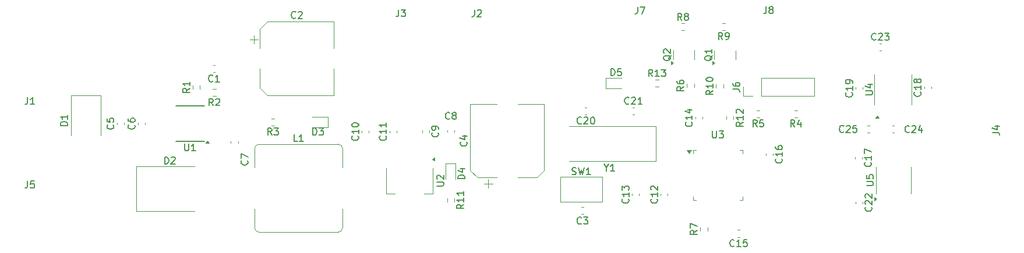
<source format=gbr>
%TF.GenerationSoftware,KiCad,Pcbnew,8.0.2*%
%TF.CreationDate,2024-08-08T08:25:17+03:00*%
%TF.ProjectId,______________ SMD,21323542-3e43-43a3-9037-3042353b4c20,rev?*%
%TF.SameCoordinates,Original*%
%TF.FileFunction,Legend,Top*%
%TF.FilePolarity,Positive*%
%FSLAX45Y45*%
G04 Gerber Fmt 4.5, Leading zero omitted, Abs format (unit mm)*
G04 Created by KiCad (PCBNEW 8.0.2) date 2024-08-08 08:25:17*
%MOMM*%
%LPD*%
G01*
G04 APERTURE LIST*
%ADD10C,0.150000*%
%ADD11C,0.120000*%
G04 APERTURE END LIST*
D10*
X14708809Y-9217882D02*
X14708809Y-9298834D01*
X14708809Y-9298834D02*
X14713571Y-9308358D01*
X14713571Y-9308358D02*
X14718333Y-9313120D01*
X14718333Y-9313120D02*
X14727857Y-9317882D01*
X14727857Y-9317882D02*
X14746905Y-9317882D01*
X14746905Y-9317882D02*
X14756428Y-9313120D01*
X14756428Y-9313120D02*
X14761190Y-9308358D01*
X14761190Y-9308358D02*
X14765952Y-9298834D01*
X14765952Y-9298834D02*
X14765952Y-9217882D01*
X14804048Y-9217882D02*
X14865952Y-9217882D01*
X14865952Y-9217882D02*
X14832619Y-9255977D01*
X14832619Y-9255977D02*
X14846905Y-9255977D01*
X14846905Y-9255977D02*
X14856428Y-9260739D01*
X14856428Y-9260739D02*
X14861190Y-9265501D01*
X14861190Y-9265501D02*
X14865952Y-9275025D01*
X14865952Y-9275025D02*
X14865952Y-9298834D01*
X14865952Y-9298834D02*
X14861190Y-9308358D01*
X14861190Y-9308358D02*
X14856428Y-9313120D01*
X14856428Y-9313120D02*
X14846905Y-9317882D01*
X14846905Y-9317882D02*
X14818333Y-9317882D01*
X14818333Y-9317882D02*
X14808809Y-9313120D01*
X14808809Y-9313120D02*
X14804048Y-9308358D01*
X7108462Y-8594247D02*
X7060843Y-8627580D01*
X7108462Y-8651389D02*
X7008462Y-8651389D01*
X7008462Y-8651389D02*
X7008462Y-8613294D01*
X7008462Y-8613294D02*
X7013224Y-8603770D01*
X7013224Y-8603770D02*
X7017986Y-8599009D01*
X7017986Y-8599009D02*
X7027509Y-8594247D01*
X7027509Y-8594247D02*
X7041795Y-8594247D01*
X7041795Y-8594247D02*
X7051319Y-8599009D01*
X7051319Y-8599009D02*
X7056081Y-8603770D01*
X7056081Y-8603770D02*
X7060843Y-8613294D01*
X7060843Y-8613294D02*
X7060843Y-8651389D01*
X7108462Y-8499009D02*
X7108462Y-8556151D01*
X7108462Y-8527580D02*
X7008462Y-8527580D01*
X7008462Y-8527580D02*
X7022748Y-8537104D01*
X7022748Y-8537104D02*
X7032271Y-8546628D01*
X7032271Y-8546628D02*
X7037033Y-8556151D01*
X11109722Y-9911229D02*
X11009722Y-9911229D01*
X11009722Y-9911229D02*
X11009722Y-9887420D01*
X11009722Y-9887420D02*
X11014484Y-9873134D01*
X11014484Y-9873134D02*
X11024008Y-9863610D01*
X11024008Y-9863610D02*
X11033531Y-9858849D01*
X11033531Y-9858849D02*
X11052579Y-9854087D01*
X11052579Y-9854087D02*
X11066865Y-9854087D01*
X11066865Y-9854087D02*
X11085912Y-9858849D01*
X11085912Y-9858849D02*
X11095436Y-9863610D01*
X11095436Y-9863610D02*
X11104960Y-9873134D01*
X11104960Y-9873134D02*
X11109722Y-9887420D01*
X11109722Y-9887420D02*
X11109722Y-9911229D01*
X11043055Y-9768372D02*
X11109722Y-9768372D01*
X11004960Y-9792182D02*
X11076389Y-9815991D01*
X11076389Y-9815991D02*
X11076389Y-9754087D01*
X14854693Y-7884342D02*
X14821360Y-7836723D01*
X14797550Y-7884342D02*
X14797550Y-7784342D01*
X14797550Y-7784342D02*
X14835646Y-7784342D01*
X14835646Y-7784342D02*
X14845169Y-7789104D01*
X14845169Y-7789104D02*
X14849931Y-7793866D01*
X14849931Y-7793866D02*
X14854693Y-7803389D01*
X14854693Y-7803389D02*
X14854693Y-7817675D01*
X14854693Y-7817675D02*
X14849931Y-7827199D01*
X14849931Y-7827199D02*
X14845169Y-7831961D01*
X14845169Y-7831961D02*
X14835646Y-7836723D01*
X14835646Y-7836723D02*
X14797550Y-7836723D01*
X14902312Y-7884342D02*
X14921360Y-7884342D01*
X14921360Y-7884342D02*
X14930884Y-7879580D01*
X14930884Y-7879580D02*
X14935646Y-7874818D01*
X14935646Y-7874818D02*
X14945169Y-7860532D01*
X14945169Y-7860532D02*
X14949931Y-7841485D01*
X14949931Y-7841485D02*
X14949931Y-7803389D01*
X14949931Y-7803389D02*
X14945169Y-7793866D01*
X14945169Y-7793866D02*
X14940408Y-7789104D01*
X14940408Y-7789104D02*
X14930884Y-7784342D01*
X14930884Y-7784342D02*
X14911836Y-7784342D01*
X14911836Y-7784342D02*
X14902312Y-7789104D01*
X14902312Y-7789104D02*
X14897550Y-7793866D01*
X14897550Y-7793866D02*
X14892789Y-7803389D01*
X14892789Y-7803389D02*
X14892789Y-7827199D01*
X14892789Y-7827199D02*
X14897550Y-7836723D01*
X14897550Y-7836723D02*
X14902312Y-7841485D01*
X14902312Y-7841485D02*
X14911836Y-7846247D01*
X14911836Y-7846247D02*
X14930884Y-7846247D01*
X14930884Y-7846247D02*
X14940408Y-7841485D01*
X14940408Y-7841485D02*
X14945169Y-7836723D01*
X14945169Y-7836723D02*
X14949931Y-7827199D01*
X13484158Y-10204866D02*
X13488920Y-10209628D01*
X13488920Y-10209628D02*
X13493682Y-10223913D01*
X13493682Y-10223913D02*
X13493682Y-10233437D01*
X13493682Y-10233437D02*
X13488920Y-10247723D01*
X13488920Y-10247723D02*
X13479396Y-10257247D01*
X13479396Y-10257247D02*
X13469872Y-10262009D01*
X13469872Y-10262009D02*
X13450825Y-10266770D01*
X13450825Y-10266770D02*
X13436539Y-10266770D01*
X13436539Y-10266770D02*
X13417491Y-10262009D01*
X13417491Y-10262009D02*
X13407968Y-10257247D01*
X13407968Y-10257247D02*
X13398444Y-10247723D01*
X13398444Y-10247723D02*
X13393682Y-10233437D01*
X13393682Y-10233437D02*
X13393682Y-10223913D01*
X13393682Y-10223913D02*
X13398444Y-10209628D01*
X13398444Y-10209628D02*
X13403206Y-10204866D01*
X13493682Y-10109628D02*
X13493682Y-10166770D01*
X13493682Y-10138199D02*
X13393682Y-10138199D01*
X13393682Y-10138199D02*
X13407968Y-10147723D01*
X13407968Y-10147723D02*
X13417491Y-10157247D01*
X13417491Y-10157247D02*
X13422253Y-10166770D01*
X13393682Y-10076294D02*
X13393682Y-10014390D01*
X13393682Y-10014390D02*
X13431777Y-10047723D01*
X13431777Y-10047723D02*
X13431777Y-10033437D01*
X13431777Y-10033437D02*
X13436539Y-10023913D01*
X13436539Y-10023913D02*
X13441301Y-10019151D01*
X13441301Y-10019151D02*
X13450825Y-10014390D01*
X13450825Y-10014390D02*
X13474634Y-10014390D01*
X13474634Y-10014390D02*
X13484158Y-10019151D01*
X13484158Y-10019151D02*
X13488920Y-10023913D01*
X13488920Y-10023913D02*
X13493682Y-10033437D01*
X13493682Y-10033437D02*
X13493682Y-10062009D01*
X13493682Y-10062009D02*
X13488920Y-10071532D01*
X13488920Y-10071532D02*
X13484158Y-10076294D01*
X7449613Y-8844802D02*
X7416280Y-8797183D01*
X7392470Y-8844802D02*
X7392470Y-8744802D01*
X7392470Y-8744802D02*
X7430566Y-8744802D01*
X7430566Y-8744802D02*
X7440089Y-8749564D01*
X7440089Y-8749564D02*
X7444851Y-8754326D01*
X7444851Y-8754326D02*
X7449613Y-8763850D01*
X7449613Y-8763850D02*
X7449613Y-8778135D01*
X7449613Y-8778135D02*
X7444851Y-8787659D01*
X7444851Y-8787659D02*
X7440089Y-8792421D01*
X7440089Y-8792421D02*
X7430566Y-8797183D01*
X7430566Y-8797183D02*
X7392470Y-8797183D01*
X7487709Y-8754326D02*
X7492470Y-8749564D01*
X7492470Y-8749564D02*
X7501994Y-8744802D01*
X7501994Y-8744802D02*
X7525804Y-8744802D01*
X7525804Y-8744802D02*
X7535328Y-8749564D01*
X7535328Y-8749564D02*
X7540089Y-8754326D01*
X7540089Y-8754326D02*
X7544851Y-8763850D01*
X7544851Y-8763850D02*
X7544851Y-8773373D01*
X7544851Y-8773373D02*
X7540089Y-8787659D01*
X7540089Y-8787659D02*
X7482947Y-8844802D01*
X7482947Y-8844802D02*
X7544851Y-8844802D01*
X8900011Y-9274062D02*
X8900011Y-9174062D01*
X8900011Y-9174062D02*
X8923820Y-9174062D01*
X8923820Y-9174062D02*
X8938106Y-9178824D01*
X8938106Y-9178824D02*
X8947630Y-9188348D01*
X8947630Y-9188348D02*
X8952391Y-9197871D01*
X8952391Y-9197871D02*
X8957153Y-9216919D01*
X8957153Y-9216919D02*
X8957153Y-9231205D01*
X8957153Y-9231205D02*
X8952391Y-9250252D01*
X8952391Y-9250252D02*
X8947630Y-9259776D01*
X8947630Y-9259776D02*
X8938106Y-9269300D01*
X8938106Y-9269300D02*
X8923820Y-9274062D01*
X8923820Y-9274062D02*
X8900011Y-9274062D01*
X8990487Y-9174062D02*
X9052391Y-9174062D01*
X9052391Y-9174062D02*
X9019058Y-9212157D01*
X9019058Y-9212157D02*
X9033344Y-9212157D01*
X9033344Y-9212157D02*
X9042868Y-9216919D01*
X9042868Y-9216919D02*
X9047630Y-9221681D01*
X9047630Y-9221681D02*
X9052391Y-9231205D01*
X9052391Y-9231205D02*
X9052391Y-9255014D01*
X9052391Y-9255014D02*
X9047630Y-9264538D01*
X9047630Y-9264538D02*
X9042868Y-9269300D01*
X9042868Y-9269300D02*
X9033344Y-9274062D01*
X9033344Y-9274062D02*
X9004772Y-9274062D01*
X9004772Y-9274062D02*
X8995249Y-9269300D01*
X8995249Y-9269300D02*
X8990487Y-9264538D01*
X14106226Y-8114554D02*
X14101464Y-8124078D01*
X14101464Y-8124078D02*
X14091940Y-8133601D01*
X14091940Y-8133601D02*
X14077654Y-8147887D01*
X14077654Y-8147887D02*
X14072892Y-8157411D01*
X14072892Y-8157411D02*
X14072892Y-8166935D01*
X14096702Y-8162173D02*
X14091940Y-8171697D01*
X14091940Y-8171697D02*
X14082416Y-8181220D01*
X14082416Y-8181220D02*
X14063368Y-8185982D01*
X14063368Y-8185982D02*
X14030035Y-8185982D01*
X14030035Y-8185982D02*
X14010988Y-8181220D01*
X14010988Y-8181220D02*
X14001464Y-8171697D01*
X14001464Y-8171697D02*
X13996702Y-8162173D01*
X13996702Y-8162173D02*
X13996702Y-8143125D01*
X13996702Y-8143125D02*
X14001464Y-8133601D01*
X14001464Y-8133601D02*
X14010988Y-8124078D01*
X14010988Y-8124078D02*
X14030035Y-8119316D01*
X14030035Y-8119316D02*
X14063368Y-8119316D01*
X14063368Y-8119316D02*
X14082416Y-8124078D01*
X14082416Y-8124078D02*
X14091940Y-8133601D01*
X14091940Y-8133601D02*
X14096702Y-8143125D01*
X14096702Y-8143125D02*
X14096702Y-8162173D01*
X14006226Y-8081220D02*
X14001464Y-8076458D01*
X14001464Y-8076458D02*
X13996702Y-8066935D01*
X13996702Y-8066935D02*
X13996702Y-8043125D01*
X13996702Y-8043125D02*
X14001464Y-8033601D01*
X14001464Y-8033601D02*
X14006226Y-8028839D01*
X14006226Y-8028839D02*
X14015749Y-8024078D01*
X14015749Y-8024078D02*
X14025273Y-8024078D01*
X14025273Y-8024078D02*
X14039559Y-8028839D01*
X14039559Y-8028839D02*
X14096702Y-8085982D01*
X14096702Y-8085982D02*
X14096702Y-8024078D01*
X13836794Y-8421302D02*
X13803461Y-8373683D01*
X13779651Y-8421302D02*
X13779651Y-8321302D01*
X13779651Y-8321302D02*
X13817747Y-8321302D01*
X13817747Y-8321302D02*
X13827270Y-8326064D01*
X13827270Y-8326064D02*
X13832032Y-8330826D01*
X13832032Y-8330826D02*
X13836794Y-8340349D01*
X13836794Y-8340349D02*
X13836794Y-8354635D01*
X13836794Y-8354635D02*
X13832032Y-8364159D01*
X13832032Y-8364159D02*
X13827270Y-8368921D01*
X13827270Y-8368921D02*
X13817747Y-8373683D01*
X13817747Y-8373683D02*
X13779651Y-8373683D01*
X13932032Y-8421302D02*
X13874889Y-8421302D01*
X13903461Y-8421302D02*
X13903461Y-8321302D01*
X13903461Y-8321302D02*
X13893937Y-8335588D01*
X13893937Y-8335588D02*
X13884413Y-8345111D01*
X13884413Y-8345111D02*
X13874889Y-8349873D01*
X13965366Y-8321302D02*
X14027270Y-8321302D01*
X14027270Y-8321302D02*
X13993937Y-8359397D01*
X13993937Y-8359397D02*
X14008223Y-8359397D01*
X14008223Y-8359397D02*
X14017747Y-8364159D01*
X14017747Y-8364159D02*
X14022508Y-8368921D01*
X14022508Y-8368921D02*
X14027270Y-8378445D01*
X14027270Y-8378445D02*
X14027270Y-8402254D01*
X14027270Y-8402254D02*
X14022508Y-8411778D01*
X14022508Y-8411778D02*
X14017747Y-8416540D01*
X14017747Y-8416540D02*
X14008223Y-8421302D01*
X14008223Y-8421302D02*
X13979651Y-8421302D01*
X13979651Y-8421302D02*
X13970128Y-8416540D01*
X13970128Y-8416540D02*
X13965366Y-8411778D01*
X15151282Y-9088566D02*
X15103663Y-9121899D01*
X15151282Y-9145709D02*
X15051282Y-9145709D01*
X15051282Y-9145709D02*
X15051282Y-9107613D01*
X15051282Y-9107613D02*
X15056044Y-9098090D01*
X15056044Y-9098090D02*
X15060806Y-9093328D01*
X15060806Y-9093328D02*
X15070329Y-9088566D01*
X15070329Y-9088566D02*
X15084615Y-9088566D01*
X15084615Y-9088566D02*
X15094139Y-9093328D01*
X15094139Y-9093328D02*
X15098901Y-9098090D01*
X15098901Y-9098090D02*
X15103663Y-9107613D01*
X15103663Y-9107613D02*
X15103663Y-9145709D01*
X15151282Y-8993328D02*
X15151282Y-9050470D01*
X15151282Y-9021899D02*
X15051282Y-9021899D01*
X15051282Y-9021899D02*
X15065568Y-9031423D01*
X15065568Y-9031423D02*
X15075091Y-9040947D01*
X15075091Y-9040947D02*
X15079853Y-9050470D01*
X15060806Y-8955232D02*
X15056044Y-8950470D01*
X15056044Y-8950470D02*
X15051282Y-8940947D01*
X15051282Y-8940947D02*
X15051282Y-8917137D01*
X15051282Y-8917137D02*
X15056044Y-8907613D01*
X15056044Y-8907613D02*
X15060806Y-8902851D01*
X15060806Y-8902851D02*
X15070329Y-8898090D01*
X15070329Y-8898090D02*
X15079853Y-8898090D01*
X15079853Y-8898090D02*
X15094139Y-8902851D01*
X15094139Y-8902851D02*
X15151282Y-8959994D01*
X15151282Y-8959994D02*
X15151282Y-8898090D01*
X16733968Y-8658566D02*
X16738730Y-8663328D01*
X16738730Y-8663328D02*
X16743492Y-8677613D01*
X16743492Y-8677613D02*
X16743492Y-8687137D01*
X16743492Y-8687137D02*
X16738730Y-8701423D01*
X16738730Y-8701423D02*
X16729206Y-8710947D01*
X16729206Y-8710947D02*
X16719682Y-8715709D01*
X16719682Y-8715709D02*
X16700635Y-8720470D01*
X16700635Y-8720470D02*
X16686349Y-8720470D01*
X16686349Y-8720470D02*
X16667301Y-8715709D01*
X16667301Y-8715709D02*
X16657778Y-8710947D01*
X16657778Y-8710947D02*
X16648254Y-8701423D01*
X16648254Y-8701423D02*
X16643492Y-8687137D01*
X16643492Y-8687137D02*
X16643492Y-8677613D01*
X16643492Y-8677613D02*
X16648254Y-8663328D01*
X16648254Y-8663328D02*
X16653016Y-8658566D01*
X16743492Y-8563328D02*
X16743492Y-8620470D01*
X16743492Y-8591899D02*
X16643492Y-8591899D01*
X16643492Y-8591899D02*
X16657778Y-8601423D01*
X16657778Y-8601423D02*
X16667301Y-8610947D01*
X16667301Y-8610947D02*
X16672063Y-8620470D01*
X16743492Y-8515709D02*
X16743492Y-8496661D01*
X16743492Y-8496661D02*
X16738730Y-8487137D01*
X16738730Y-8487137D02*
X16733968Y-8482375D01*
X16733968Y-8482375D02*
X16719682Y-8472851D01*
X16719682Y-8472851D02*
X16700635Y-8468090D01*
X16700635Y-8468090D02*
X16662539Y-8468090D01*
X16662539Y-8468090D02*
X16653016Y-8472851D01*
X16653016Y-8472851D02*
X16648254Y-8477613D01*
X16648254Y-8477613D02*
X16643492Y-8487137D01*
X16643492Y-8487137D02*
X16643492Y-8506185D01*
X16643492Y-8506185D02*
X16648254Y-8515709D01*
X16648254Y-8515709D02*
X16653016Y-8520470D01*
X16653016Y-8520470D02*
X16662539Y-8525232D01*
X16662539Y-8525232D02*
X16686349Y-8525232D01*
X16686349Y-8525232D02*
X16695873Y-8520470D01*
X16695873Y-8520470D02*
X16700635Y-8515709D01*
X16700635Y-8515709D02*
X16705397Y-8506185D01*
X16705397Y-8506185D02*
X16705397Y-8487137D01*
X16705397Y-8487137D02*
X16700635Y-8477613D01*
X16700635Y-8477613D02*
X16695873Y-8472851D01*
X16695873Y-8472851D02*
X16686349Y-8468090D01*
X10887553Y-9035178D02*
X10882791Y-9039940D01*
X10882791Y-9039940D02*
X10868506Y-9044702D01*
X10868506Y-9044702D02*
X10858982Y-9044702D01*
X10858982Y-9044702D02*
X10844696Y-9039940D01*
X10844696Y-9039940D02*
X10835172Y-9030416D01*
X10835172Y-9030416D02*
X10830411Y-9020892D01*
X10830411Y-9020892D02*
X10825649Y-9001845D01*
X10825649Y-9001845D02*
X10825649Y-8987559D01*
X10825649Y-8987559D02*
X10830411Y-8968511D01*
X10830411Y-8968511D02*
X10835172Y-8958988D01*
X10835172Y-8958988D02*
X10844696Y-8949464D01*
X10844696Y-8949464D02*
X10858982Y-8944702D01*
X10858982Y-8944702D02*
X10868506Y-8944702D01*
X10868506Y-8944702D02*
X10882791Y-8949464D01*
X10882791Y-8949464D02*
X10887553Y-8954226D01*
X10944696Y-8987559D02*
X10935172Y-8982797D01*
X10935172Y-8982797D02*
X10930411Y-8978035D01*
X10930411Y-8978035D02*
X10925649Y-8968511D01*
X10925649Y-8968511D02*
X10925649Y-8963750D01*
X10925649Y-8963750D02*
X10930411Y-8954226D01*
X10930411Y-8954226D02*
X10935172Y-8949464D01*
X10935172Y-8949464D02*
X10944696Y-8944702D01*
X10944696Y-8944702D02*
X10963744Y-8944702D01*
X10963744Y-8944702D02*
X10973268Y-8949464D01*
X10973268Y-8949464D02*
X10978030Y-8954226D01*
X10978030Y-8954226D02*
X10982791Y-8963750D01*
X10982791Y-8963750D02*
X10982791Y-8968511D01*
X10982791Y-8968511D02*
X10978030Y-8978035D01*
X10978030Y-8978035D02*
X10973268Y-8982797D01*
X10973268Y-8982797D02*
X10963744Y-8987559D01*
X10963744Y-8987559D02*
X10944696Y-8987559D01*
X10944696Y-8987559D02*
X10935172Y-8992321D01*
X10935172Y-8992321D02*
X10930411Y-8997083D01*
X10930411Y-8997083D02*
X10925649Y-9006607D01*
X10925649Y-9006607D02*
X10925649Y-9025654D01*
X10925649Y-9025654D02*
X10930411Y-9035178D01*
X10930411Y-9035178D02*
X10935172Y-9039940D01*
X10935172Y-9039940D02*
X10944696Y-9044702D01*
X10944696Y-9044702D02*
X10963744Y-9044702D01*
X10963744Y-9044702D02*
X10973268Y-9039940D01*
X10973268Y-9039940D02*
X10978030Y-9035178D01*
X10978030Y-9035178D02*
X10982791Y-9025654D01*
X10982791Y-9025654D02*
X10982791Y-9006607D01*
X10982791Y-9006607D02*
X10978030Y-8997083D01*
X10978030Y-8997083D02*
X10973268Y-8992321D01*
X10973268Y-8992321D02*
X10963744Y-8987559D01*
X16932952Y-8687550D02*
X17013904Y-8687550D01*
X17013904Y-8687550D02*
X17023428Y-8682789D01*
X17023428Y-8682789D02*
X17028190Y-8678027D01*
X17028190Y-8678027D02*
X17032952Y-8668503D01*
X17032952Y-8668503D02*
X17032952Y-8649455D01*
X17032952Y-8649455D02*
X17028190Y-8639931D01*
X17028190Y-8639931D02*
X17023428Y-8635170D01*
X17023428Y-8635170D02*
X17013904Y-8630408D01*
X17013904Y-8630408D02*
X16932952Y-8630408D01*
X16966285Y-8539931D02*
X17032952Y-8539931D01*
X16928190Y-8563741D02*
X16999619Y-8587550D01*
X16999619Y-8587550D02*
X16999619Y-8525646D01*
X14403638Y-9086026D02*
X14408400Y-9090788D01*
X14408400Y-9090788D02*
X14413162Y-9105073D01*
X14413162Y-9105073D02*
X14413162Y-9114597D01*
X14413162Y-9114597D02*
X14408400Y-9128883D01*
X14408400Y-9128883D02*
X14398876Y-9138407D01*
X14398876Y-9138407D02*
X14389352Y-9143169D01*
X14389352Y-9143169D02*
X14370305Y-9147930D01*
X14370305Y-9147930D02*
X14356019Y-9147930D01*
X14356019Y-9147930D02*
X14336971Y-9143169D01*
X14336971Y-9143169D02*
X14327448Y-9138407D01*
X14327448Y-9138407D02*
X14317924Y-9128883D01*
X14317924Y-9128883D02*
X14313162Y-9114597D01*
X14313162Y-9114597D02*
X14313162Y-9105073D01*
X14313162Y-9105073D02*
X14317924Y-9090788D01*
X14317924Y-9090788D02*
X14322686Y-9086026D01*
X14413162Y-8990788D02*
X14413162Y-9047930D01*
X14413162Y-9019359D02*
X14313162Y-9019359D01*
X14313162Y-9019359D02*
X14327448Y-9028883D01*
X14327448Y-9028883D02*
X14336971Y-9038407D01*
X14336971Y-9038407D02*
X14341733Y-9047930D01*
X14346495Y-8905073D02*
X14413162Y-8905073D01*
X14308400Y-8928883D02*
X14379828Y-8952692D01*
X14379828Y-8952692D02*
X14379828Y-8890788D01*
X6303918Y-9125107D02*
X6308680Y-9129869D01*
X6308680Y-9129869D02*
X6313442Y-9144154D01*
X6313442Y-9144154D02*
X6313442Y-9153678D01*
X6313442Y-9153678D02*
X6308680Y-9167964D01*
X6308680Y-9167964D02*
X6299156Y-9177488D01*
X6299156Y-9177488D02*
X6289632Y-9182249D01*
X6289632Y-9182249D02*
X6270585Y-9187011D01*
X6270585Y-9187011D02*
X6256299Y-9187011D01*
X6256299Y-9187011D02*
X6237251Y-9182249D01*
X6237251Y-9182249D02*
X6227728Y-9177488D01*
X6227728Y-9177488D02*
X6218204Y-9167964D01*
X6218204Y-9167964D02*
X6213442Y-9153678D01*
X6213442Y-9153678D02*
X6213442Y-9144154D01*
X6213442Y-9144154D02*
X6218204Y-9129869D01*
X6218204Y-9129869D02*
X6222966Y-9125107D01*
X6213442Y-9039392D02*
X6213442Y-9058440D01*
X6213442Y-9058440D02*
X6218204Y-9067964D01*
X6218204Y-9067964D02*
X6222966Y-9072726D01*
X6222966Y-9072726D02*
X6237251Y-9082249D01*
X6237251Y-9082249D02*
X6256299Y-9087011D01*
X6256299Y-9087011D02*
X6294394Y-9087011D01*
X6294394Y-9087011D02*
X6303918Y-9082249D01*
X6303918Y-9082249D02*
X6308680Y-9077488D01*
X6308680Y-9077488D02*
X6313442Y-9067964D01*
X6313442Y-9067964D02*
X6313442Y-9048916D01*
X6313442Y-9048916D02*
X6308680Y-9039392D01*
X6308680Y-9039392D02*
X6303918Y-9034630D01*
X6303918Y-9034630D02*
X6294394Y-9029869D01*
X6294394Y-9029869D02*
X6270585Y-9029869D01*
X6270585Y-9029869D02*
X6261061Y-9034630D01*
X6261061Y-9034630D02*
X6256299Y-9039392D01*
X6256299Y-9039392D02*
X6251537Y-9048916D01*
X6251537Y-9048916D02*
X6251537Y-9067964D01*
X6251537Y-9067964D02*
X6256299Y-9077488D01*
X6256299Y-9077488D02*
X6261061Y-9082249D01*
X6261061Y-9082249D02*
X6270585Y-9087011D01*
X17568394Y-9228218D02*
X17563632Y-9232980D01*
X17563632Y-9232980D02*
X17549347Y-9237742D01*
X17549347Y-9237742D02*
X17539823Y-9237742D01*
X17539823Y-9237742D02*
X17525537Y-9232980D01*
X17525537Y-9232980D02*
X17516013Y-9223456D01*
X17516013Y-9223456D02*
X17511251Y-9213932D01*
X17511251Y-9213932D02*
X17506490Y-9194885D01*
X17506490Y-9194885D02*
X17506490Y-9180599D01*
X17506490Y-9180599D02*
X17511251Y-9161551D01*
X17511251Y-9161551D02*
X17516013Y-9152028D01*
X17516013Y-9152028D02*
X17525537Y-9142504D01*
X17525537Y-9142504D02*
X17539823Y-9137742D01*
X17539823Y-9137742D02*
X17549347Y-9137742D01*
X17549347Y-9137742D02*
X17563632Y-9142504D01*
X17563632Y-9142504D02*
X17568394Y-9147266D01*
X17606490Y-9147266D02*
X17611251Y-9142504D01*
X17611251Y-9142504D02*
X17620775Y-9137742D01*
X17620775Y-9137742D02*
X17644585Y-9137742D01*
X17644585Y-9137742D02*
X17654109Y-9142504D01*
X17654109Y-9142504D02*
X17658870Y-9147266D01*
X17658870Y-9147266D02*
X17663632Y-9156790D01*
X17663632Y-9156790D02*
X17663632Y-9166313D01*
X17663632Y-9166313D02*
X17658870Y-9180599D01*
X17658870Y-9180599D02*
X17601728Y-9237742D01*
X17601728Y-9237742D02*
X17663632Y-9237742D01*
X17749347Y-9171075D02*
X17749347Y-9237742D01*
X17725537Y-9132980D02*
X17701728Y-9204409D01*
X17701728Y-9204409D02*
X17763632Y-9204409D01*
X14487162Y-10661807D02*
X14439543Y-10695140D01*
X14487162Y-10718949D02*
X14387162Y-10718949D01*
X14387162Y-10718949D02*
X14387162Y-10680854D01*
X14387162Y-10680854D02*
X14391924Y-10671330D01*
X14391924Y-10671330D02*
X14396686Y-10666569D01*
X14396686Y-10666569D02*
X14406209Y-10661807D01*
X14406209Y-10661807D02*
X14420495Y-10661807D01*
X14420495Y-10661807D02*
X14430019Y-10666569D01*
X14430019Y-10666569D02*
X14434781Y-10671330D01*
X14434781Y-10671330D02*
X14439543Y-10680854D01*
X14439543Y-10680854D02*
X14439543Y-10718949D01*
X14387162Y-10628473D02*
X14387162Y-10561807D01*
X14387162Y-10561807D02*
X14487162Y-10604664D01*
X7037389Y-9403582D02*
X7037389Y-9484534D01*
X7037389Y-9484534D02*
X7042151Y-9494058D01*
X7042151Y-9494058D02*
X7046913Y-9498820D01*
X7046913Y-9498820D02*
X7056437Y-9503582D01*
X7056437Y-9503582D02*
X7075485Y-9503582D01*
X7075485Y-9503582D02*
X7085008Y-9498820D01*
X7085008Y-9498820D02*
X7089770Y-9494058D01*
X7089770Y-9494058D02*
X7094532Y-9484534D01*
X7094532Y-9484534D02*
X7094532Y-9403582D01*
X7194532Y-9503582D02*
X7137389Y-9503582D01*
X7165961Y-9503582D02*
X7165961Y-9403582D01*
X7165961Y-9403582D02*
X7156437Y-9417868D01*
X7156437Y-9417868D02*
X7146913Y-9427391D01*
X7146913Y-9427391D02*
X7137389Y-9432153D01*
X9957648Y-9289566D02*
X9962410Y-9294328D01*
X9962410Y-9294328D02*
X9967172Y-9308613D01*
X9967172Y-9308613D02*
X9967172Y-9318137D01*
X9967172Y-9318137D02*
X9962410Y-9332423D01*
X9962410Y-9332423D02*
X9952886Y-9341947D01*
X9952886Y-9341947D02*
X9943362Y-9346709D01*
X9943362Y-9346709D02*
X9924315Y-9351470D01*
X9924315Y-9351470D02*
X9910029Y-9351470D01*
X9910029Y-9351470D02*
X9890981Y-9346709D01*
X9890981Y-9346709D02*
X9881458Y-9341947D01*
X9881458Y-9341947D02*
X9871934Y-9332423D01*
X9871934Y-9332423D02*
X9867172Y-9318137D01*
X9867172Y-9318137D02*
X9867172Y-9308613D01*
X9867172Y-9308613D02*
X9871934Y-9294328D01*
X9871934Y-9294328D02*
X9876696Y-9289566D01*
X9967172Y-9194328D02*
X9967172Y-9251470D01*
X9967172Y-9222899D02*
X9867172Y-9222899D01*
X9867172Y-9222899D02*
X9881458Y-9232423D01*
X9881458Y-9232423D02*
X9890981Y-9241947D01*
X9890981Y-9241947D02*
X9895743Y-9251470D01*
X9967172Y-9099090D02*
X9967172Y-9156232D01*
X9967172Y-9127661D02*
X9867172Y-9127661D01*
X9867172Y-9127661D02*
X9881458Y-9137185D01*
X9881458Y-9137185D02*
X9890981Y-9146709D01*
X9890981Y-9146709D02*
X9895743Y-9156232D01*
X17008528Y-9672296D02*
X17013290Y-9677058D01*
X17013290Y-9677058D02*
X17018052Y-9691343D01*
X17018052Y-9691343D02*
X17018052Y-9700867D01*
X17018052Y-9700867D02*
X17013290Y-9715153D01*
X17013290Y-9715153D02*
X17003766Y-9724677D01*
X17003766Y-9724677D02*
X16994242Y-9729439D01*
X16994242Y-9729439D02*
X16975195Y-9734200D01*
X16975195Y-9734200D02*
X16960909Y-9734200D01*
X16960909Y-9734200D02*
X16941862Y-9729439D01*
X16941862Y-9729439D02*
X16932338Y-9724677D01*
X16932338Y-9724677D02*
X16922814Y-9715153D01*
X16922814Y-9715153D02*
X16918052Y-9700867D01*
X16918052Y-9700867D02*
X16918052Y-9691343D01*
X16918052Y-9691343D02*
X16922814Y-9677058D01*
X16922814Y-9677058D02*
X16927576Y-9672296D01*
X17018052Y-9577058D02*
X17018052Y-9634200D01*
X17018052Y-9605629D02*
X16918052Y-9605629D01*
X16918052Y-9605629D02*
X16932338Y-9615153D01*
X16932338Y-9615153D02*
X16941862Y-9624677D01*
X16941862Y-9624677D02*
X16946623Y-9634200D01*
X16918052Y-9543724D02*
X16918052Y-9477058D01*
X16918052Y-9477058D02*
X17018052Y-9519915D01*
X17016148Y-10322536D02*
X17020910Y-10327298D01*
X17020910Y-10327298D02*
X17025672Y-10341583D01*
X17025672Y-10341583D02*
X17025672Y-10351107D01*
X17025672Y-10351107D02*
X17020910Y-10365393D01*
X17020910Y-10365393D02*
X17011386Y-10374917D01*
X17011386Y-10374917D02*
X17001862Y-10379679D01*
X17001862Y-10379679D02*
X16982815Y-10384440D01*
X16982815Y-10384440D02*
X16968529Y-10384440D01*
X16968529Y-10384440D02*
X16949482Y-10379679D01*
X16949482Y-10379679D02*
X16939958Y-10374917D01*
X16939958Y-10374917D02*
X16930434Y-10365393D01*
X16930434Y-10365393D02*
X16925672Y-10351107D01*
X16925672Y-10351107D02*
X16925672Y-10341583D01*
X16925672Y-10341583D02*
X16930434Y-10327298D01*
X16930434Y-10327298D02*
X16935196Y-10322536D01*
X16935196Y-10284440D02*
X16930434Y-10279679D01*
X16930434Y-10279679D02*
X16925672Y-10270155D01*
X16925672Y-10270155D02*
X16925672Y-10246345D01*
X16925672Y-10246345D02*
X16930434Y-10236821D01*
X16930434Y-10236821D02*
X16935196Y-10232060D01*
X16935196Y-10232060D02*
X16944720Y-10227298D01*
X16944720Y-10227298D02*
X16954243Y-10227298D01*
X16954243Y-10227298D02*
X16968529Y-10232060D01*
X16968529Y-10232060D02*
X17025672Y-10289202D01*
X17025672Y-10289202D02*
X17025672Y-10227298D01*
X16935196Y-10189202D02*
X16930434Y-10184440D01*
X16930434Y-10184440D02*
X16925672Y-10174917D01*
X16925672Y-10174917D02*
X16925672Y-10151107D01*
X16925672Y-10151107D02*
X16930434Y-10141583D01*
X16930434Y-10141583D02*
X16935196Y-10136821D01*
X16935196Y-10136821D02*
X16944720Y-10132060D01*
X16944720Y-10132060D02*
X16954243Y-10132060D01*
X16954243Y-10132060D02*
X16968529Y-10136821D01*
X16968529Y-10136821D02*
X17025672Y-10193964D01*
X17025672Y-10193964D02*
X17025672Y-10132060D01*
X8649813Y-7566978D02*
X8645051Y-7571740D01*
X8645051Y-7571740D02*
X8630766Y-7576502D01*
X8630766Y-7576502D02*
X8621242Y-7576502D01*
X8621242Y-7576502D02*
X8606956Y-7571740D01*
X8606956Y-7571740D02*
X8597432Y-7562216D01*
X8597432Y-7562216D02*
X8592671Y-7552692D01*
X8592671Y-7552692D02*
X8587909Y-7533645D01*
X8587909Y-7533645D02*
X8587909Y-7519359D01*
X8587909Y-7519359D02*
X8592671Y-7500311D01*
X8592671Y-7500311D02*
X8597432Y-7490788D01*
X8597432Y-7490788D02*
X8606956Y-7481264D01*
X8606956Y-7481264D02*
X8621242Y-7476502D01*
X8621242Y-7476502D02*
X8630766Y-7476502D01*
X8630766Y-7476502D02*
X8645051Y-7481264D01*
X8645051Y-7481264D02*
X8649813Y-7486026D01*
X8687909Y-7486026D02*
X8692671Y-7481264D01*
X8692671Y-7481264D02*
X8702194Y-7476502D01*
X8702194Y-7476502D02*
X8726004Y-7476502D01*
X8726004Y-7476502D02*
X8735528Y-7481264D01*
X8735528Y-7481264D02*
X8740290Y-7486026D01*
X8740290Y-7486026D02*
X8745051Y-7495549D01*
X8745051Y-7495549D02*
X8745051Y-7505073D01*
X8745051Y-7505073D02*
X8740290Y-7519359D01*
X8740290Y-7519359D02*
X8683147Y-7576502D01*
X8683147Y-7576502D02*
X8745051Y-7576502D01*
X5331222Y-9136529D02*
X5231222Y-9136529D01*
X5231222Y-9136529D02*
X5231222Y-9112720D01*
X5231222Y-9112720D02*
X5235984Y-9098434D01*
X5235984Y-9098434D02*
X5245508Y-9088910D01*
X5245508Y-9088910D02*
X5255031Y-9084149D01*
X5255031Y-9084149D02*
X5274079Y-9079387D01*
X5274079Y-9079387D02*
X5288365Y-9079387D01*
X5288365Y-9079387D02*
X5307412Y-9084149D01*
X5307412Y-9084149D02*
X5316936Y-9088910D01*
X5316936Y-9088910D02*
X5326460Y-9098434D01*
X5326460Y-9098434D02*
X5331222Y-9112720D01*
X5331222Y-9112720D02*
X5331222Y-9136529D01*
X5331222Y-8984149D02*
X5331222Y-9041291D01*
X5331222Y-9012720D02*
X5231222Y-9012720D01*
X5231222Y-9012720D02*
X5245508Y-9022244D01*
X5245508Y-9022244D02*
X5255031Y-9031768D01*
X5255031Y-9031768D02*
X5259793Y-9041291D01*
X14715422Y-8626286D02*
X14667803Y-8659619D01*
X14715422Y-8683429D02*
X14615422Y-8683429D01*
X14615422Y-8683429D02*
X14615422Y-8645333D01*
X14615422Y-8645333D02*
X14620184Y-8635810D01*
X14620184Y-8635810D02*
X14624946Y-8631048D01*
X14624946Y-8631048D02*
X14634469Y-8626286D01*
X14634469Y-8626286D02*
X14648755Y-8626286D01*
X14648755Y-8626286D02*
X14658279Y-8631048D01*
X14658279Y-8631048D02*
X14663041Y-8635810D01*
X14663041Y-8635810D02*
X14667803Y-8645333D01*
X14667803Y-8645333D02*
X14667803Y-8683429D01*
X14715422Y-8531048D02*
X14715422Y-8588190D01*
X14715422Y-8559619D02*
X14615422Y-8559619D01*
X14615422Y-8559619D02*
X14629708Y-8569143D01*
X14629708Y-8569143D02*
X14639231Y-8578667D01*
X14639231Y-8578667D02*
X14643993Y-8588190D01*
X14615422Y-8469143D02*
X14615422Y-8459619D01*
X14615422Y-8459619D02*
X14620184Y-8450095D01*
X14620184Y-8450095D02*
X14624946Y-8445333D01*
X14624946Y-8445333D02*
X14634469Y-8440571D01*
X14634469Y-8440571D02*
X14653517Y-8435810D01*
X14653517Y-8435810D02*
X14677327Y-8435810D01*
X14677327Y-8435810D02*
X14696374Y-8440571D01*
X14696374Y-8440571D02*
X14705898Y-8445333D01*
X14705898Y-8445333D02*
X14710660Y-8450095D01*
X14710660Y-8450095D02*
X14715422Y-8459619D01*
X14715422Y-8459619D02*
X14715422Y-8469143D01*
X14715422Y-8469143D02*
X14710660Y-8478667D01*
X14710660Y-8478667D02*
X14705898Y-8483429D01*
X14705898Y-8483429D02*
X14696374Y-8488190D01*
X14696374Y-8488190D02*
X14677327Y-8492952D01*
X14677327Y-8492952D02*
X14653517Y-8492952D01*
X14653517Y-8492952D02*
X14634469Y-8488190D01*
X14634469Y-8488190D02*
X14624946Y-8483429D01*
X14624946Y-8483429D02*
X14620184Y-8478667D01*
X14620184Y-8478667D02*
X14615422Y-8469143D01*
X15713258Y-9619426D02*
X15718020Y-9624188D01*
X15718020Y-9624188D02*
X15722782Y-9638473D01*
X15722782Y-9638473D02*
X15722782Y-9647997D01*
X15722782Y-9647997D02*
X15718020Y-9662283D01*
X15718020Y-9662283D02*
X15708496Y-9671807D01*
X15708496Y-9671807D02*
X15698972Y-9676569D01*
X15698972Y-9676569D02*
X15679925Y-9681330D01*
X15679925Y-9681330D02*
X15665639Y-9681330D01*
X15665639Y-9681330D02*
X15646591Y-9676569D01*
X15646591Y-9676569D02*
X15637068Y-9671807D01*
X15637068Y-9671807D02*
X15627544Y-9662283D01*
X15627544Y-9662283D02*
X15622782Y-9647997D01*
X15622782Y-9647997D02*
X15622782Y-9638473D01*
X15622782Y-9638473D02*
X15627544Y-9624188D01*
X15627544Y-9624188D02*
X15632306Y-9619426D01*
X15722782Y-9524188D02*
X15722782Y-9581330D01*
X15722782Y-9552759D02*
X15622782Y-9552759D01*
X15622782Y-9552759D02*
X15637068Y-9562283D01*
X15637068Y-9562283D02*
X15646591Y-9571807D01*
X15646591Y-9571807D02*
X15651353Y-9581330D01*
X15622782Y-9438473D02*
X15622782Y-9457521D01*
X15622782Y-9457521D02*
X15627544Y-9467045D01*
X15627544Y-9467045D02*
X15632306Y-9471807D01*
X15632306Y-9471807D02*
X15646591Y-9481330D01*
X15646591Y-9481330D02*
X15665639Y-9486092D01*
X15665639Y-9486092D02*
X15703734Y-9486092D01*
X15703734Y-9486092D02*
X15713258Y-9481330D01*
X15713258Y-9481330D02*
X15718020Y-9476569D01*
X15718020Y-9476569D02*
X15722782Y-9467045D01*
X15722782Y-9467045D02*
X15722782Y-9447997D01*
X15722782Y-9447997D02*
X15718020Y-9438473D01*
X15718020Y-9438473D02*
X15713258Y-9433711D01*
X15713258Y-9433711D02*
X15703734Y-9428950D01*
X15703734Y-9428950D02*
X15679925Y-9428950D01*
X15679925Y-9428950D02*
X15670401Y-9433711D01*
X15670401Y-9433711D02*
X15665639Y-9438473D01*
X15665639Y-9438473D02*
X15660877Y-9447997D01*
X15660877Y-9447997D02*
X15660877Y-9467045D01*
X15660877Y-9467045D02*
X15665639Y-9476569D01*
X15665639Y-9476569D02*
X15670401Y-9481330D01*
X15670401Y-9481330D02*
X15679925Y-9486092D01*
X10700262Y-10015210D02*
X10781214Y-10015210D01*
X10781214Y-10015210D02*
X10790738Y-10010449D01*
X10790738Y-10010449D02*
X10795500Y-10005687D01*
X10795500Y-10005687D02*
X10800262Y-9996163D01*
X10800262Y-9996163D02*
X10800262Y-9977115D01*
X10800262Y-9977115D02*
X10795500Y-9967591D01*
X10795500Y-9967591D02*
X10790738Y-9962830D01*
X10790738Y-9962830D02*
X10781214Y-9958068D01*
X10781214Y-9958068D02*
X10700262Y-9958068D01*
X10709786Y-9915210D02*
X10705024Y-9910449D01*
X10705024Y-9910449D02*
X10700262Y-9900925D01*
X10700262Y-9900925D02*
X10700262Y-9877115D01*
X10700262Y-9877115D02*
X10705024Y-9867591D01*
X10705024Y-9867591D02*
X10709786Y-9862830D01*
X10709786Y-9862830D02*
X10719310Y-9858068D01*
X10719310Y-9858068D02*
X10728833Y-9858068D01*
X10728833Y-9858068D02*
X10743119Y-9862830D01*
X10743119Y-9862830D02*
X10800262Y-9919972D01*
X10800262Y-9919972D02*
X10800262Y-9858068D01*
X15003942Y-8608033D02*
X15075370Y-8608033D01*
X15075370Y-8608033D02*
X15089656Y-8612795D01*
X15089656Y-8612795D02*
X15099180Y-8622319D01*
X15099180Y-8622319D02*
X15103942Y-8636605D01*
X15103942Y-8636605D02*
X15103942Y-8646129D01*
X15003942Y-8517557D02*
X15003942Y-8536605D01*
X15003942Y-8536605D02*
X15008704Y-8546129D01*
X15008704Y-8546129D02*
X15013466Y-8550890D01*
X15013466Y-8550890D02*
X15027751Y-8560414D01*
X15027751Y-8560414D02*
X15046799Y-8565176D01*
X15046799Y-8565176D02*
X15084894Y-8565176D01*
X15084894Y-8565176D02*
X15094418Y-8560414D01*
X15094418Y-8560414D02*
X15099180Y-8555652D01*
X15099180Y-8555652D02*
X15103942Y-8546129D01*
X15103942Y-8546129D02*
X15103942Y-8527081D01*
X15103942Y-8527081D02*
X15099180Y-8517557D01*
X15099180Y-8517557D02*
X15094418Y-8512795D01*
X15094418Y-8512795D02*
X15084894Y-8508033D01*
X15084894Y-8508033D02*
X15061085Y-8508033D01*
X15061085Y-8508033D02*
X15051561Y-8512795D01*
X15051561Y-8512795D02*
X15046799Y-8517557D01*
X15046799Y-8517557D02*
X15042037Y-8527081D01*
X15042037Y-8527081D02*
X15042037Y-8546129D01*
X15042037Y-8546129D02*
X15046799Y-8555652D01*
X15046799Y-8555652D02*
X15051561Y-8560414D01*
X15051561Y-8560414D02*
X15061085Y-8565176D01*
X12667927Y-9846400D02*
X12682212Y-9851162D01*
X12682212Y-9851162D02*
X12706022Y-9851162D01*
X12706022Y-9851162D02*
X12715546Y-9846400D01*
X12715546Y-9846400D02*
X12720308Y-9841638D01*
X12720308Y-9841638D02*
X12725069Y-9832114D01*
X12725069Y-9832114D02*
X12725069Y-9822590D01*
X12725069Y-9822590D02*
X12720308Y-9813067D01*
X12720308Y-9813067D02*
X12715546Y-9808305D01*
X12715546Y-9808305D02*
X12706022Y-9803543D01*
X12706022Y-9803543D02*
X12686974Y-9798781D01*
X12686974Y-9798781D02*
X12677450Y-9794019D01*
X12677450Y-9794019D02*
X12672689Y-9789257D01*
X12672689Y-9789257D02*
X12667927Y-9779733D01*
X12667927Y-9779733D02*
X12667927Y-9770210D01*
X12667927Y-9770210D02*
X12672689Y-9760686D01*
X12672689Y-9760686D02*
X12677450Y-9755924D01*
X12677450Y-9755924D02*
X12686974Y-9751162D01*
X12686974Y-9751162D02*
X12710784Y-9751162D01*
X12710784Y-9751162D02*
X12725069Y-9755924D01*
X12758403Y-9751162D02*
X12782212Y-9851162D01*
X12782212Y-9851162D02*
X12801260Y-9779733D01*
X12801260Y-9779733D02*
X12820308Y-9851162D01*
X12820308Y-9851162D02*
X12844117Y-9751162D01*
X12934593Y-9851162D02*
X12877450Y-9851162D01*
X12906022Y-9851162D02*
X12906022Y-9751162D01*
X12906022Y-9751162D02*
X12896498Y-9765448D01*
X12896498Y-9765448D02*
X12886974Y-9774971D01*
X12886974Y-9774971D02*
X12877450Y-9779733D01*
X11249347Y-7451542D02*
X11249347Y-7522970D01*
X11249347Y-7522970D02*
X11244585Y-7537256D01*
X11244585Y-7537256D02*
X11235061Y-7546780D01*
X11235061Y-7546780D02*
X11220775Y-7551542D01*
X11220775Y-7551542D02*
X11211251Y-7551542D01*
X11292204Y-7461066D02*
X11296966Y-7456304D01*
X11296966Y-7456304D02*
X11306489Y-7451542D01*
X11306489Y-7451542D02*
X11330299Y-7451542D01*
X11330299Y-7451542D02*
X11339823Y-7456304D01*
X11339823Y-7456304D02*
X11344585Y-7461066D01*
X11344585Y-7461066D02*
X11349347Y-7470589D01*
X11349347Y-7470589D02*
X11349347Y-7480113D01*
X11349347Y-7480113D02*
X11344585Y-7494399D01*
X11344585Y-7494399D02*
X11287442Y-7551542D01*
X11287442Y-7551542D02*
X11349347Y-7551542D01*
X15022974Y-10887258D02*
X15018212Y-10892020D01*
X15018212Y-10892020D02*
X15003927Y-10896782D01*
X15003927Y-10896782D02*
X14994403Y-10896782D01*
X14994403Y-10896782D02*
X14980117Y-10892020D01*
X14980117Y-10892020D02*
X14970593Y-10882496D01*
X14970593Y-10882496D02*
X14965831Y-10872972D01*
X14965831Y-10872972D02*
X14961069Y-10853925D01*
X14961069Y-10853925D02*
X14961069Y-10839639D01*
X14961069Y-10839639D02*
X14965831Y-10820591D01*
X14965831Y-10820591D02*
X14970593Y-10811068D01*
X14970593Y-10811068D02*
X14980117Y-10801544D01*
X14980117Y-10801544D02*
X14994403Y-10796782D01*
X14994403Y-10796782D02*
X15003927Y-10796782D01*
X15003927Y-10796782D02*
X15018212Y-10801544D01*
X15018212Y-10801544D02*
X15022974Y-10806306D01*
X15118212Y-10896782D02*
X15061069Y-10896782D01*
X15089641Y-10896782D02*
X15089641Y-10796782D01*
X15089641Y-10796782D02*
X15080117Y-10811068D01*
X15080117Y-10811068D02*
X15070593Y-10820591D01*
X15070593Y-10820591D02*
X15061069Y-10825353D01*
X15208688Y-10796782D02*
X15161069Y-10796782D01*
X15161069Y-10796782D02*
X15156308Y-10844401D01*
X15156308Y-10844401D02*
X15161069Y-10839639D01*
X15161069Y-10839639D02*
X15170593Y-10834877D01*
X15170593Y-10834877D02*
X15194403Y-10834877D01*
X15194403Y-10834877D02*
X15203927Y-10839639D01*
X15203927Y-10839639D02*
X15208688Y-10844401D01*
X15208688Y-10844401D02*
X15213450Y-10853925D01*
X15213450Y-10853925D02*
X15213450Y-10877734D01*
X15213450Y-10877734D02*
X15208688Y-10887258D01*
X15208688Y-10887258D02*
X15203927Y-10892020D01*
X15203927Y-10892020D02*
X15194403Y-10896782D01*
X15194403Y-10896782D02*
X15170593Y-10896782D01*
X15170593Y-10896782D02*
X15161069Y-10892020D01*
X15161069Y-10892020D02*
X15156308Y-10887258D01*
X10716088Y-9239407D02*
X10720850Y-9244169D01*
X10720850Y-9244169D02*
X10725612Y-9258454D01*
X10725612Y-9258454D02*
X10725612Y-9267978D01*
X10725612Y-9267978D02*
X10720850Y-9282264D01*
X10720850Y-9282264D02*
X10711326Y-9291788D01*
X10711326Y-9291788D02*
X10701802Y-9296549D01*
X10701802Y-9296549D02*
X10682755Y-9301311D01*
X10682755Y-9301311D02*
X10668469Y-9301311D01*
X10668469Y-9301311D02*
X10649421Y-9296549D01*
X10649421Y-9296549D02*
X10639898Y-9291788D01*
X10639898Y-9291788D02*
X10630374Y-9282264D01*
X10630374Y-9282264D02*
X10625612Y-9267978D01*
X10625612Y-9267978D02*
X10625612Y-9258454D01*
X10625612Y-9258454D02*
X10630374Y-9244169D01*
X10630374Y-9244169D02*
X10635136Y-9239407D01*
X10725612Y-9191788D02*
X10725612Y-9172740D01*
X10725612Y-9172740D02*
X10720850Y-9163216D01*
X10720850Y-9163216D02*
X10716088Y-9158454D01*
X10716088Y-9158454D02*
X10701802Y-9148930D01*
X10701802Y-9148930D02*
X10682755Y-9144169D01*
X10682755Y-9144169D02*
X10644660Y-9144169D01*
X10644660Y-9144169D02*
X10635136Y-9148930D01*
X10635136Y-9148930D02*
X10630374Y-9153692D01*
X10630374Y-9153692D02*
X10625612Y-9163216D01*
X10625612Y-9163216D02*
X10625612Y-9182264D01*
X10625612Y-9182264D02*
X10630374Y-9191788D01*
X10630374Y-9191788D02*
X10635136Y-9196549D01*
X10635136Y-9196549D02*
X10644660Y-9201311D01*
X10644660Y-9201311D02*
X10668469Y-9201311D01*
X10668469Y-9201311D02*
X10677993Y-9196549D01*
X10677993Y-9196549D02*
X10682755Y-9191788D01*
X10682755Y-9191788D02*
X10687517Y-9182264D01*
X10687517Y-9182264D02*
X10687517Y-9163216D01*
X10687517Y-9163216D02*
X10682755Y-9153692D01*
X10682755Y-9153692D02*
X10677993Y-9148930D01*
X10677993Y-9148930D02*
X10668469Y-9144169D01*
X8301833Y-9274062D02*
X8268500Y-9226443D01*
X8244690Y-9274062D02*
X8244690Y-9174062D01*
X8244690Y-9174062D02*
X8282786Y-9174062D01*
X8282786Y-9174062D02*
X8292309Y-9178824D01*
X8292309Y-9178824D02*
X8297071Y-9183586D01*
X8297071Y-9183586D02*
X8301833Y-9193110D01*
X8301833Y-9193110D02*
X8301833Y-9207395D01*
X8301833Y-9207395D02*
X8297071Y-9216919D01*
X8297071Y-9216919D02*
X8292309Y-9221681D01*
X8292309Y-9221681D02*
X8282786Y-9226443D01*
X8282786Y-9226443D02*
X8244690Y-9226443D01*
X8335167Y-9174062D02*
X8397071Y-9174062D01*
X8397071Y-9174062D02*
X8363738Y-9212157D01*
X8363738Y-9212157D02*
X8378024Y-9212157D01*
X8378024Y-9212157D02*
X8387548Y-9216919D01*
X8387548Y-9216919D02*
X8392310Y-9221681D01*
X8392310Y-9221681D02*
X8397071Y-9231205D01*
X8397071Y-9231205D02*
X8397071Y-9255014D01*
X8397071Y-9255014D02*
X8392310Y-9264538D01*
X8392310Y-9264538D02*
X8387548Y-9269300D01*
X8387548Y-9269300D02*
X8378024Y-9274062D01*
X8378024Y-9274062D02*
X8349452Y-9274062D01*
X8349452Y-9274062D02*
X8339929Y-9269300D01*
X8339929Y-9269300D02*
X8335167Y-9264538D01*
X17082824Y-7883958D02*
X17078062Y-7888720D01*
X17078062Y-7888720D02*
X17063777Y-7893482D01*
X17063777Y-7893482D02*
X17054253Y-7893482D01*
X17054253Y-7893482D02*
X17039967Y-7888720D01*
X17039967Y-7888720D02*
X17030443Y-7879196D01*
X17030443Y-7879196D02*
X17025681Y-7869672D01*
X17025681Y-7869672D02*
X17020920Y-7850625D01*
X17020920Y-7850625D02*
X17020920Y-7836339D01*
X17020920Y-7836339D02*
X17025681Y-7817291D01*
X17025681Y-7817291D02*
X17030443Y-7807768D01*
X17030443Y-7807768D02*
X17039967Y-7798244D01*
X17039967Y-7798244D02*
X17054253Y-7793482D01*
X17054253Y-7793482D02*
X17063777Y-7793482D01*
X17063777Y-7793482D02*
X17078062Y-7798244D01*
X17078062Y-7798244D02*
X17082824Y-7803006D01*
X17120920Y-7803006D02*
X17125681Y-7798244D01*
X17125681Y-7798244D02*
X17135205Y-7793482D01*
X17135205Y-7793482D02*
X17159015Y-7793482D01*
X17159015Y-7793482D02*
X17168539Y-7798244D01*
X17168539Y-7798244D02*
X17173300Y-7803006D01*
X17173300Y-7803006D02*
X17178062Y-7812529D01*
X17178062Y-7812529D02*
X17178062Y-7822053D01*
X17178062Y-7822053D02*
X17173300Y-7836339D01*
X17173300Y-7836339D02*
X17116158Y-7893482D01*
X17116158Y-7893482D02*
X17178062Y-7893482D01*
X17211396Y-7793482D02*
X17273300Y-7793482D01*
X17273300Y-7793482D02*
X17239967Y-7831577D01*
X17239967Y-7831577D02*
X17254253Y-7831577D01*
X17254253Y-7831577D02*
X17263777Y-7836339D01*
X17263777Y-7836339D02*
X17268539Y-7841101D01*
X17268539Y-7841101D02*
X17273300Y-7850625D01*
X17273300Y-7850625D02*
X17273300Y-7874434D01*
X17273300Y-7874434D02*
X17268539Y-7883958D01*
X17268539Y-7883958D02*
X17263777Y-7888720D01*
X17263777Y-7888720D02*
X17254253Y-7893482D01*
X17254253Y-7893482D02*
X17225681Y-7893482D01*
X17225681Y-7893482D02*
X17216158Y-7888720D01*
X17216158Y-7888720D02*
X17211396Y-7883958D01*
X17729648Y-8648676D02*
X17734410Y-8653438D01*
X17734410Y-8653438D02*
X17739172Y-8667723D01*
X17739172Y-8667723D02*
X17739172Y-8677247D01*
X17739172Y-8677247D02*
X17734410Y-8691533D01*
X17734410Y-8691533D02*
X17724886Y-8701057D01*
X17724886Y-8701057D02*
X17715362Y-8705819D01*
X17715362Y-8705819D02*
X17696315Y-8710580D01*
X17696315Y-8710580D02*
X17682029Y-8710580D01*
X17682029Y-8710580D02*
X17662981Y-8705819D01*
X17662981Y-8705819D02*
X17653458Y-8701057D01*
X17653458Y-8701057D02*
X17643934Y-8691533D01*
X17643934Y-8691533D02*
X17639172Y-8677247D01*
X17639172Y-8677247D02*
X17639172Y-8667723D01*
X17639172Y-8667723D02*
X17643934Y-8653438D01*
X17643934Y-8653438D02*
X17648696Y-8648676D01*
X17739172Y-8553438D02*
X17739172Y-8610580D01*
X17739172Y-8582009D02*
X17639172Y-8582009D01*
X17639172Y-8582009D02*
X17653458Y-8591533D01*
X17653458Y-8591533D02*
X17662981Y-8601057D01*
X17662981Y-8601057D02*
X17667743Y-8610580D01*
X17682029Y-8496295D02*
X17677267Y-8505819D01*
X17677267Y-8505819D02*
X17672505Y-8510580D01*
X17672505Y-8510580D02*
X17662981Y-8515342D01*
X17662981Y-8515342D02*
X17658220Y-8515342D01*
X17658220Y-8515342D02*
X17648696Y-8510580D01*
X17648696Y-8510580D02*
X17643934Y-8505819D01*
X17643934Y-8505819D02*
X17639172Y-8496295D01*
X17639172Y-8496295D02*
X17639172Y-8477247D01*
X17639172Y-8477247D02*
X17643934Y-8467723D01*
X17643934Y-8467723D02*
X17648696Y-8462961D01*
X17648696Y-8462961D02*
X17658220Y-8458200D01*
X17658220Y-8458200D02*
X17662981Y-8458200D01*
X17662981Y-8458200D02*
X17672505Y-8462961D01*
X17672505Y-8462961D02*
X17677267Y-8467723D01*
X17677267Y-8467723D02*
X17682029Y-8477247D01*
X17682029Y-8477247D02*
X17682029Y-8496295D01*
X17682029Y-8496295D02*
X17686791Y-8505819D01*
X17686791Y-8505819D02*
X17691553Y-8510580D01*
X17691553Y-8510580D02*
X17701077Y-8515342D01*
X17701077Y-8515342D02*
X17720124Y-8515342D01*
X17720124Y-8515342D02*
X17729648Y-8510580D01*
X17729648Y-8510580D02*
X17734410Y-8505819D01*
X17734410Y-8505819D02*
X17739172Y-8496295D01*
X17739172Y-8496295D02*
X17739172Y-8477247D01*
X17739172Y-8477247D02*
X17734410Y-8467723D01*
X17734410Y-8467723D02*
X17729648Y-8462961D01*
X17729648Y-8462961D02*
X17720124Y-8458200D01*
X17720124Y-8458200D02*
X17701077Y-8458200D01*
X17701077Y-8458200D02*
X17691553Y-8462961D01*
X17691553Y-8462961D02*
X17686791Y-8467723D01*
X17686791Y-8467723D02*
X17682029Y-8477247D01*
X12803014Y-9104178D02*
X12798252Y-9108940D01*
X12798252Y-9108940D02*
X12783967Y-9113702D01*
X12783967Y-9113702D02*
X12774443Y-9113702D01*
X12774443Y-9113702D02*
X12760157Y-9108940D01*
X12760157Y-9108940D02*
X12750633Y-9099416D01*
X12750633Y-9099416D02*
X12745871Y-9089892D01*
X12745871Y-9089892D02*
X12741109Y-9070845D01*
X12741109Y-9070845D02*
X12741109Y-9056559D01*
X12741109Y-9056559D02*
X12745871Y-9037511D01*
X12745871Y-9037511D02*
X12750633Y-9027988D01*
X12750633Y-9027988D02*
X12760157Y-9018464D01*
X12760157Y-9018464D02*
X12774443Y-9013702D01*
X12774443Y-9013702D02*
X12783967Y-9013702D01*
X12783967Y-9013702D02*
X12798252Y-9018464D01*
X12798252Y-9018464D02*
X12803014Y-9023226D01*
X12841109Y-9023226D02*
X12845871Y-9018464D01*
X12845871Y-9018464D02*
X12855395Y-9013702D01*
X12855395Y-9013702D02*
X12879205Y-9013702D01*
X12879205Y-9013702D02*
X12888728Y-9018464D01*
X12888728Y-9018464D02*
X12893490Y-9023226D01*
X12893490Y-9023226D02*
X12898252Y-9032750D01*
X12898252Y-9032750D02*
X12898252Y-9042273D01*
X12898252Y-9042273D02*
X12893490Y-9056559D01*
X12893490Y-9056559D02*
X12836348Y-9113702D01*
X12836348Y-9113702D02*
X12898252Y-9113702D01*
X12960157Y-9013702D02*
X12969681Y-9013702D01*
X12969681Y-9013702D02*
X12979205Y-9018464D01*
X12979205Y-9018464D02*
X12983967Y-9023226D01*
X12983967Y-9023226D02*
X12988728Y-9032750D01*
X12988728Y-9032750D02*
X12993490Y-9051797D01*
X12993490Y-9051797D02*
X12993490Y-9075607D01*
X12993490Y-9075607D02*
X12988728Y-9094654D01*
X12988728Y-9094654D02*
X12983967Y-9104178D01*
X12983967Y-9104178D02*
X12979205Y-9108940D01*
X12979205Y-9108940D02*
X12969681Y-9113702D01*
X12969681Y-9113702D02*
X12960157Y-9113702D01*
X12960157Y-9113702D02*
X12950633Y-9108940D01*
X12950633Y-9108940D02*
X12945871Y-9104178D01*
X12945871Y-9104178D02*
X12941109Y-9094654D01*
X12941109Y-9094654D02*
X12936348Y-9075607D01*
X12936348Y-9075607D02*
X12936348Y-9051797D01*
X12936348Y-9051797D02*
X12941109Y-9032750D01*
X12941109Y-9032750D02*
X12945871Y-9023226D01*
X12945871Y-9023226D02*
X12950633Y-9018464D01*
X12950633Y-9018464D02*
X12960157Y-9013702D01*
X10146987Y-7449002D02*
X10146987Y-7520430D01*
X10146987Y-7520430D02*
X10142225Y-7534716D01*
X10142225Y-7534716D02*
X10132701Y-7544240D01*
X10132701Y-7544240D02*
X10118415Y-7549002D01*
X10118415Y-7549002D02*
X10108891Y-7549002D01*
X10185082Y-7449002D02*
X10246987Y-7449002D01*
X10246987Y-7449002D02*
X10213653Y-7487097D01*
X10213653Y-7487097D02*
X10227939Y-7487097D01*
X10227939Y-7487097D02*
X10237463Y-7491859D01*
X10237463Y-7491859D02*
X10242225Y-7496621D01*
X10242225Y-7496621D02*
X10246987Y-7506145D01*
X10246987Y-7506145D02*
X10246987Y-7529954D01*
X10246987Y-7529954D02*
X10242225Y-7539478D01*
X10242225Y-7539478D02*
X10237463Y-7544240D01*
X10237463Y-7544240D02*
X10227939Y-7549002D01*
X10227939Y-7549002D02*
X10199368Y-7549002D01*
X10199368Y-7549002D02*
X10189844Y-7544240D01*
X10189844Y-7544240D02*
X10185082Y-7539478D01*
X5996578Y-9125107D02*
X6001340Y-9129869D01*
X6001340Y-9129869D02*
X6006102Y-9144154D01*
X6006102Y-9144154D02*
X6006102Y-9153678D01*
X6006102Y-9153678D02*
X6001340Y-9167964D01*
X6001340Y-9167964D02*
X5991816Y-9177488D01*
X5991816Y-9177488D02*
X5982292Y-9182249D01*
X5982292Y-9182249D02*
X5963245Y-9187011D01*
X5963245Y-9187011D02*
X5948959Y-9187011D01*
X5948959Y-9187011D02*
X5929911Y-9182249D01*
X5929911Y-9182249D02*
X5920388Y-9177488D01*
X5920388Y-9177488D02*
X5910864Y-9167964D01*
X5910864Y-9167964D02*
X5906102Y-9153678D01*
X5906102Y-9153678D02*
X5906102Y-9144154D01*
X5906102Y-9144154D02*
X5910864Y-9129869D01*
X5910864Y-9129869D02*
X5915626Y-9125107D01*
X5906102Y-9034630D02*
X5906102Y-9082249D01*
X5906102Y-9082249D02*
X5953721Y-9087011D01*
X5953721Y-9087011D02*
X5948959Y-9082249D01*
X5948959Y-9082249D02*
X5944197Y-9072726D01*
X5944197Y-9072726D02*
X5944197Y-9048916D01*
X5944197Y-9048916D02*
X5948959Y-9039392D01*
X5948959Y-9039392D02*
X5953721Y-9034630D01*
X5953721Y-9034630D02*
X5963245Y-9029869D01*
X5963245Y-9029869D02*
X5987054Y-9029869D01*
X5987054Y-9029869D02*
X5996578Y-9034630D01*
X5996578Y-9034630D02*
X6001340Y-9039392D01*
X6001340Y-9039392D02*
X6006102Y-9048916D01*
X6006102Y-9048916D02*
X6006102Y-9072726D01*
X6006102Y-9072726D02*
X6001340Y-9082249D01*
X6001340Y-9082249D02*
X5996578Y-9087011D01*
X6746090Y-9693882D02*
X6746090Y-9593882D01*
X6746090Y-9593882D02*
X6769900Y-9593882D01*
X6769900Y-9593882D02*
X6784186Y-9598644D01*
X6784186Y-9598644D02*
X6793709Y-9608168D01*
X6793709Y-9608168D02*
X6798471Y-9617691D01*
X6798471Y-9617691D02*
X6803233Y-9636739D01*
X6803233Y-9636739D02*
X6803233Y-9651025D01*
X6803233Y-9651025D02*
X6798471Y-9670072D01*
X6798471Y-9670072D02*
X6793709Y-9679596D01*
X6793709Y-9679596D02*
X6784186Y-9689120D01*
X6784186Y-9689120D02*
X6769900Y-9693882D01*
X6769900Y-9693882D02*
X6746090Y-9693882D01*
X6841329Y-9603406D02*
X6846090Y-9598644D01*
X6846090Y-9598644D02*
X6855614Y-9593882D01*
X6855614Y-9593882D02*
X6879424Y-9593882D01*
X6879424Y-9593882D02*
X6888948Y-9598644D01*
X6888948Y-9598644D02*
X6893709Y-9603406D01*
X6893709Y-9603406D02*
X6898471Y-9612930D01*
X6898471Y-9612930D02*
X6898471Y-9622453D01*
X6898471Y-9622453D02*
X6893709Y-9636739D01*
X6893709Y-9636739D02*
X6836567Y-9693882D01*
X6836567Y-9693882D02*
X6898471Y-9693882D01*
X14291242Y-8569827D02*
X14243623Y-8603160D01*
X14291242Y-8626969D02*
X14191242Y-8626969D01*
X14191242Y-8626969D02*
X14191242Y-8588874D01*
X14191242Y-8588874D02*
X14196004Y-8579350D01*
X14196004Y-8579350D02*
X14200766Y-8574589D01*
X14200766Y-8574589D02*
X14210289Y-8569827D01*
X14210289Y-8569827D02*
X14224575Y-8569827D01*
X14224575Y-8569827D02*
X14234099Y-8574589D01*
X14234099Y-8574589D02*
X14238861Y-8579350D01*
X14238861Y-8579350D02*
X14243623Y-8588874D01*
X14243623Y-8588874D02*
X14243623Y-8626969D01*
X14191242Y-8484112D02*
X14191242Y-8503160D01*
X14191242Y-8503160D02*
X14196004Y-8512684D01*
X14196004Y-8512684D02*
X14200766Y-8517446D01*
X14200766Y-8517446D02*
X14215051Y-8526969D01*
X14215051Y-8526969D02*
X14234099Y-8531731D01*
X14234099Y-8531731D02*
X14272194Y-8531731D01*
X14272194Y-8531731D02*
X14281718Y-8526969D01*
X14281718Y-8526969D02*
X14286480Y-8522208D01*
X14286480Y-8522208D02*
X14291242Y-8512684D01*
X14291242Y-8512684D02*
X14291242Y-8493636D01*
X14291242Y-8493636D02*
X14286480Y-8484112D01*
X14286480Y-8484112D02*
X14281718Y-8479350D01*
X14281718Y-8479350D02*
X14272194Y-8474589D01*
X14272194Y-8474589D02*
X14248385Y-8474589D01*
X14248385Y-8474589D02*
X14238861Y-8479350D01*
X14238861Y-8479350D02*
X14234099Y-8484112D01*
X14234099Y-8484112D02*
X14229337Y-8493636D01*
X14229337Y-8493636D02*
X14229337Y-8512684D01*
X14229337Y-8512684D02*
X14234099Y-8522208D01*
X14234099Y-8522208D02*
X14238861Y-8526969D01*
X14238861Y-8526969D02*
X14248385Y-8531731D01*
X11092702Y-10285246D02*
X11045083Y-10318579D01*
X11092702Y-10342389D02*
X10992702Y-10342389D01*
X10992702Y-10342389D02*
X10992702Y-10304293D01*
X10992702Y-10304293D02*
X10997464Y-10294770D01*
X10997464Y-10294770D02*
X11002226Y-10290008D01*
X11002226Y-10290008D02*
X11011750Y-10285246D01*
X11011750Y-10285246D02*
X11026035Y-10285246D01*
X11026035Y-10285246D02*
X11035559Y-10290008D01*
X11035559Y-10290008D02*
X11040321Y-10294770D01*
X11040321Y-10294770D02*
X11045083Y-10304293D01*
X11045083Y-10304293D02*
X11045083Y-10342389D01*
X11092702Y-10190008D02*
X11092702Y-10247150D01*
X11092702Y-10218579D02*
X10992702Y-10218579D01*
X10992702Y-10218579D02*
X11006988Y-10228103D01*
X11006988Y-10228103D02*
X11016511Y-10237627D01*
X11016511Y-10237627D02*
X11021273Y-10247150D01*
X11092702Y-10094770D02*
X11092702Y-10151912D01*
X11092702Y-10123341D02*
X10992702Y-10123341D01*
X10992702Y-10123341D02*
X11006988Y-10132865D01*
X11006988Y-10132865D02*
X11016511Y-10142389D01*
X11016511Y-10142389D02*
X11021273Y-10151912D01*
X7946278Y-9648347D02*
X7951040Y-9653109D01*
X7951040Y-9653109D02*
X7955802Y-9667394D01*
X7955802Y-9667394D02*
X7955802Y-9676918D01*
X7955802Y-9676918D02*
X7951040Y-9691204D01*
X7951040Y-9691204D02*
X7941516Y-9700728D01*
X7941516Y-9700728D02*
X7931992Y-9705489D01*
X7931992Y-9705489D02*
X7912945Y-9710251D01*
X7912945Y-9710251D02*
X7898659Y-9710251D01*
X7898659Y-9710251D02*
X7879611Y-9705489D01*
X7879611Y-9705489D02*
X7870088Y-9700728D01*
X7870088Y-9700728D02*
X7860564Y-9691204D01*
X7860564Y-9691204D02*
X7855802Y-9676918D01*
X7855802Y-9676918D02*
X7855802Y-9667394D01*
X7855802Y-9667394D02*
X7860564Y-9653109D01*
X7860564Y-9653109D02*
X7865326Y-9648347D01*
X7855802Y-9615013D02*
X7855802Y-9548347D01*
X7855802Y-9548347D02*
X7955802Y-9591204D01*
X14705166Y-8116634D02*
X14700404Y-8126158D01*
X14700404Y-8126158D02*
X14690880Y-8135681D01*
X14690880Y-8135681D02*
X14676594Y-8149967D01*
X14676594Y-8149967D02*
X14671832Y-8159491D01*
X14671832Y-8159491D02*
X14671832Y-8169015D01*
X14695642Y-8164253D02*
X14690880Y-8173777D01*
X14690880Y-8173777D02*
X14681356Y-8183300D01*
X14681356Y-8183300D02*
X14662308Y-8188062D01*
X14662308Y-8188062D02*
X14628975Y-8188062D01*
X14628975Y-8188062D02*
X14609928Y-8183300D01*
X14609928Y-8183300D02*
X14600404Y-8173777D01*
X14600404Y-8173777D02*
X14595642Y-8164253D01*
X14595642Y-8164253D02*
X14595642Y-8145205D01*
X14595642Y-8145205D02*
X14600404Y-8135681D01*
X14600404Y-8135681D02*
X14609928Y-8126158D01*
X14609928Y-8126158D02*
X14628975Y-8121396D01*
X14628975Y-8121396D02*
X14662308Y-8121396D01*
X14662308Y-8121396D02*
X14681356Y-8126158D01*
X14681356Y-8126158D02*
X14690880Y-8135681D01*
X14690880Y-8135681D02*
X14695642Y-8145205D01*
X14695642Y-8145205D02*
X14695642Y-8164253D01*
X14695642Y-8026158D02*
X14695642Y-8083300D01*
X14695642Y-8054729D02*
X14595642Y-8054729D01*
X14595642Y-8054729D02*
X14609928Y-8064253D01*
X14609928Y-8064253D02*
X14619451Y-8073777D01*
X14619451Y-8073777D02*
X14624213Y-8083300D01*
X9553788Y-9289566D02*
X9558550Y-9294328D01*
X9558550Y-9294328D02*
X9563312Y-9308613D01*
X9563312Y-9308613D02*
X9563312Y-9318137D01*
X9563312Y-9318137D02*
X9558550Y-9332423D01*
X9558550Y-9332423D02*
X9549026Y-9341947D01*
X9549026Y-9341947D02*
X9539502Y-9346709D01*
X9539502Y-9346709D02*
X9520455Y-9351470D01*
X9520455Y-9351470D02*
X9506169Y-9351470D01*
X9506169Y-9351470D02*
X9487121Y-9346709D01*
X9487121Y-9346709D02*
X9477598Y-9341947D01*
X9477598Y-9341947D02*
X9468074Y-9332423D01*
X9468074Y-9332423D02*
X9463312Y-9318137D01*
X9463312Y-9318137D02*
X9463312Y-9308613D01*
X9463312Y-9308613D02*
X9468074Y-9294328D01*
X9468074Y-9294328D02*
X9472836Y-9289566D01*
X9563312Y-9194328D02*
X9563312Y-9251470D01*
X9563312Y-9222899D02*
X9463312Y-9222899D01*
X9463312Y-9222899D02*
X9477598Y-9232423D01*
X9477598Y-9232423D02*
X9487121Y-9241947D01*
X9487121Y-9241947D02*
X9491883Y-9251470D01*
X9463312Y-9132423D02*
X9463312Y-9122899D01*
X9463312Y-9122899D02*
X9468074Y-9113375D01*
X9468074Y-9113375D02*
X9472836Y-9108613D01*
X9472836Y-9108613D02*
X9482360Y-9103851D01*
X9482360Y-9103851D02*
X9501407Y-9099090D01*
X9501407Y-9099090D02*
X9525217Y-9099090D01*
X9525217Y-9099090D02*
X9544264Y-9103851D01*
X9544264Y-9103851D02*
X9553788Y-9108613D01*
X9553788Y-9108613D02*
X9558550Y-9113375D01*
X9558550Y-9113375D02*
X9563312Y-9122899D01*
X9563312Y-9122899D02*
X9563312Y-9132423D01*
X9563312Y-9132423D02*
X9558550Y-9141947D01*
X9558550Y-9141947D02*
X9553788Y-9146709D01*
X9553788Y-9146709D02*
X9544264Y-9151470D01*
X9544264Y-9151470D02*
X9525217Y-9156232D01*
X9525217Y-9156232D02*
X9501407Y-9156232D01*
X9501407Y-9156232D02*
X9482360Y-9151470D01*
X9482360Y-9151470D02*
X9472836Y-9146709D01*
X9472836Y-9146709D02*
X9468074Y-9141947D01*
X9468074Y-9141947D02*
X9463312Y-9132423D01*
X15903713Y-9154342D02*
X15870380Y-9106723D01*
X15846570Y-9154342D02*
X15846570Y-9054342D01*
X15846570Y-9054342D02*
X15884666Y-9054342D01*
X15884666Y-9054342D02*
X15894189Y-9059104D01*
X15894189Y-9059104D02*
X15898951Y-9063866D01*
X15898951Y-9063866D02*
X15903713Y-9073390D01*
X15903713Y-9073390D02*
X15903713Y-9087675D01*
X15903713Y-9087675D02*
X15898951Y-9097199D01*
X15898951Y-9097199D02*
X15894189Y-9101961D01*
X15894189Y-9101961D02*
X15884666Y-9106723D01*
X15884666Y-9106723D02*
X15846570Y-9106723D01*
X15989428Y-9087675D02*
X15989428Y-9154342D01*
X15965618Y-9049580D02*
X15941809Y-9121009D01*
X15941809Y-9121009D02*
X16003713Y-9121009D01*
X18777082Y-9235753D02*
X18848510Y-9235753D01*
X18848510Y-9235753D02*
X18862796Y-9240515D01*
X18862796Y-9240515D02*
X18872320Y-9250039D01*
X18872320Y-9250039D02*
X18877082Y-9264325D01*
X18877082Y-9264325D02*
X18877082Y-9273849D01*
X18810415Y-9145277D02*
X18877082Y-9145277D01*
X18772320Y-9169087D02*
X18843749Y-9192896D01*
X18843749Y-9192896D02*
X18843749Y-9130991D01*
X11130598Y-9374977D02*
X11135360Y-9379739D01*
X11135360Y-9379739D02*
X11140122Y-9394024D01*
X11140122Y-9394024D02*
X11140122Y-9403548D01*
X11140122Y-9403548D02*
X11135360Y-9417834D01*
X11135360Y-9417834D02*
X11125836Y-9427358D01*
X11125836Y-9427358D02*
X11116312Y-9432119D01*
X11116312Y-9432119D02*
X11097265Y-9436881D01*
X11097265Y-9436881D02*
X11082979Y-9436881D01*
X11082979Y-9436881D02*
X11063931Y-9432119D01*
X11063931Y-9432119D02*
X11054408Y-9427358D01*
X11054408Y-9427358D02*
X11044884Y-9417834D01*
X11044884Y-9417834D02*
X11040122Y-9403548D01*
X11040122Y-9403548D02*
X11040122Y-9394024D01*
X11040122Y-9394024D02*
X11044884Y-9379739D01*
X11044884Y-9379739D02*
X11049646Y-9374977D01*
X11073455Y-9289262D02*
X11140122Y-9289262D01*
X11035360Y-9313072D02*
X11106789Y-9336881D01*
X11106789Y-9336881D02*
X11106789Y-9274977D01*
X13232900Y-8409362D02*
X13232900Y-8309362D01*
X13232900Y-8309362D02*
X13256710Y-8309362D01*
X13256710Y-8309362D02*
X13270996Y-8314124D01*
X13270996Y-8314124D02*
X13280519Y-8323648D01*
X13280519Y-8323648D02*
X13285281Y-8333171D01*
X13285281Y-8333171D02*
X13290043Y-8352219D01*
X13290043Y-8352219D02*
X13290043Y-8366505D01*
X13290043Y-8366505D02*
X13285281Y-8385552D01*
X13285281Y-8385552D02*
X13280519Y-8395076D01*
X13280519Y-8395076D02*
X13270996Y-8404600D01*
X13270996Y-8404600D02*
X13256710Y-8409362D01*
X13256710Y-8409362D02*
X13232900Y-8409362D01*
X13380519Y-8309362D02*
X13332900Y-8309362D01*
X13332900Y-8309362D02*
X13328139Y-8356981D01*
X13328139Y-8356981D02*
X13332900Y-8352219D01*
X13332900Y-8352219D02*
X13342424Y-8347457D01*
X13342424Y-8347457D02*
X13366234Y-8347457D01*
X13366234Y-8347457D02*
X13375758Y-8352219D01*
X13375758Y-8352219D02*
X13380519Y-8356981D01*
X13380519Y-8356981D02*
X13385281Y-8366505D01*
X13385281Y-8366505D02*
X13385281Y-8390314D01*
X13385281Y-8390314D02*
X13380519Y-8399838D01*
X13380519Y-8399838D02*
X13375758Y-8404600D01*
X13375758Y-8404600D02*
X13366234Y-8409362D01*
X13366234Y-8409362D02*
X13342424Y-8409362D01*
X13342424Y-8409362D02*
X13332900Y-8404600D01*
X13332900Y-8404600D02*
X13328139Y-8399838D01*
X13900718Y-10204866D02*
X13905480Y-10209628D01*
X13905480Y-10209628D02*
X13910242Y-10223913D01*
X13910242Y-10223913D02*
X13910242Y-10233437D01*
X13910242Y-10233437D02*
X13905480Y-10247723D01*
X13905480Y-10247723D02*
X13895956Y-10257247D01*
X13895956Y-10257247D02*
X13886432Y-10262009D01*
X13886432Y-10262009D02*
X13867385Y-10266770D01*
X13867385Y-10266770D02*
X13853099Y-10266770D01*
X13853099Y-10266770D02*
X13834051Y-10262009D01*
X13834051Y-10262009D02*
X13824528Y-10257247D01*
X13824528Y-10257247D02*
X13815004Y-10247723D01*
X13815004Y-10247723D02*
X13810242Y-10233437D01*
X13810242Y-10233437D02*
X13810242Y-10223913D01*
X13810242Y-10223913D02*
X13815004Y-10209628D01*
X13815004Y-10209628D02*
X13819766Y-10204866D01*
X13910242Y-10109628D02*
X13910242Y-10166770D01*
X13910242Y-10138199D02*
X13810242Y-10138199D01*
X13810242Y-10138199D02*
X13824528Y-10147723D01*
X13824528Y-10147723D02*
X13834051Y-10157247D01*
X13834051Y-10157247D02*
X13838813Y-10166770D01*
X13819766Y-10071532D02*
X13815004Y-10066770D01*
X13815004Y-10066770D02*
X13810242Y-10057247D01*
X13810242Y-10057247D02*
X13810242Y-10033437D01*
X13810242Y-10033437D02*
X13815004Y-10023913D01*
X13815004Y-10023913D02*
X13819766Y-10019151D01*
X13819766Y-10019151D02*
X13829289Y-10014390D01*
X13829289Y-10014390D02*
X13838813Y-10014390D01*
X13838813Y-10014390D02*
X13853099Y-10019151D01*
X13853099Y-10019151D02*
X13910242Y-10076294D01*
X13910242Y-10076294D02*
X13910242Y-10014390D01*
X14261653Y-7603422D02*
X14228320Y-7555803D01*
X14204510Y-7603422D02*
X14204510Y-7503422D01*
X14204510Y-7503422D02*
X14242606Y-7503422D01*
X14242606Y-7503422D02*
X14252129Y-7508184D01*
X14252129Y-7508184D02*
X14256891Y-7512946D01*
X14256891Y-7512946D02*
X14261653Y-7522469D01*
X14261653Y-7522469D02*
X14261653Y-7536755D01*
X14261653Y-7536755D02*
X14256891Y-7546279D01*
X14256891Y-7546279D02*
X14252129Y-7551041D01*
X14252129Y-7551041D02*
X14242606Y-7555803D01*
X14242606Y-7555803D02*
X14204510Y-7555803D01*
X14318796Y-7546279D02*
X14309272Y-7541517D01*
X14309272Y-7541517D02*
X14304510Y-7536755D01*
X14304510Y-7536755D02*
X14299749Y-7527231D01*
X14299749Y-7527231D02*
X14299749Y-7522469D01*
X14299749Y-7522469D02*
X14304510Y-7512946D01*
X14304510Y-7512946D02*
X14309272Y-7508184D01*
X14309272Y-7508184D02*
X14318796Y-7503422D01*
X14318796Y-7503422D02*
X14337844Y-7503422D01*
X14337844Y-7503422D02*
X14347368Y-7508184D01*
X14347368Y-7508184D02*
X14352129Y-7512946D01*
X14352129Y-7512946D02*
X14356891Y-7522469D01*
X14356891Y-7522469D02*
X14356891Y-7527231D01*
X14356891Y-7527231D02*
X14352129Y-7536755D01*
X14352129Y-7536755D02*
X14347368Y-7541517D01*
X14347368Y-7541517D02*
X14337844Y-7546279D01*
X14337844Y-7546279D02*
X14318796Y-7546279D01*
X14318796Y-7546279D02*
X14309272Y-7551041D01*
X14309272Y-7551041D02*
X14304510Y-7555803D01*
X14304510Y-7555803D02*
X14299749Y-7565327D01*
X14299749Y-7565327D02*
X14299749Y-7584374D01*
X14299749Y-7584374D02*
X14304510Y-7593898D01*
X14304510Y-7593898D02*
X14309272Y-7598660D01*
X14309272Y-7598660D02*
X14318796Y-7603422D01*
X14318796Y-7603422D02*
X14337844Y-7603422D01*
X14337844Y-7603422D02*
X14347368Y-7598660D01*
X14347368Y-7598660D02*
X14352129Y-7593898D01*
X14352129Y-7593898D02*
X14356891Y-7584374D01*
X14356891Y-7584374D02*
X14356891Y-7565327D01*
X14356891Y-7565327D02*
X14352129Y-7555803D01*
X14352129Y-7555803D02*
X14347368Y-7551041D01*
X14347368Y-7551041D02*
X14337844Y-7546279D01*
X4752027Y-8725902D02*
X4752027Y-8797330D01*
X4752027Y-8797330D02*
X4747265Y-8811616D01*
X4747265Y-8811616D02*
X4737741Y-8821140D01*
X4737741Y-8821140D02*
X4723455Y-8825902D01*
X4723455Y-8825902D02*
X4713931Y-8825902D01*
X4852027Y-8825902D02*
X4794884Y-8825902D01*
X4823455Y-8825902D02*
X4823455Y-8725902D01*
X4823455Y-8725902D02*
X4813931Y-8740188D01*
X4813931Y-8740188D02*
X4804408Y-8749711D01*
X4804408Y-8749711D02*
X4794884Y-8754473D01*
X12802713Y-10561718D02*
X12797951Y-10566480D01*
X12797951Y-10566480D02*
X12783666Y-10571242D01*
X12783666Y-10571242D02*
X12774142Y-10571242D01*
X12774142Y-10571242D02*
X12759856Y-10566480D01*
X12759856Y-10566480D02*
X12750332Y-10556956D01*
X12750332Y-10556956D02*
X12745570Y-10547432D01*
X12745570Y-10547432D02*
X12740809Y-10528385D01*
X12740809Y-10528385D02*
X12740809Y-10514099D01*
X12740809Y-10514099D02*
X12745570Y-10495051D01*
X12745570Y-10495051D02*
X12750332Y-10485528D01*
X12750332Y-10485528D02*
X12759856Y-10476004D01*
X12759856Y-10476004D02*
X12774142Y-10471242D01*
X12774142Y-10471242D02*
X12783666Y-10471242D01*
X12783666Y-10471242D02*
X12797951Y-10476004D01*
X12797951Y-10476004D02*
X12802713Y-10480766D01*
X12836047Y-10471242D02*
X12897951Y-10471242D01*
X12897951Y-10471242D02*
X12864618Y-10509337D01*
X12864618Y-10509337D02*
X12878904Y-10509337D01*
X12878904Y-10509337D02*
X12888428Y-10514099D01*
X12888428Y-10514099D02*
X12893189Y-10518861D01*
X12893189Y-10518861D02*
X12897951Y-10528385D01*
X12897951Y-10528385D02*
X12897951Y-10552194D01*
X12897951Y-10552194D02*
X12893189Y-10561718D01*
X12893189Y-10561718D02*
X12888428Y-10566480D01*
X12888428Y-10566480D02*
X12878904Y-10571242D01*
X12878904Y-10571242D02*
X12850332Y-10571242D01*
X12850332Y-10571242D02*
X12840809Y-10566480D01*
X12840809Y-10566480D02*
X12836047Y-10561718D01*
X16615894Y-9225678D02*
X16611132Y-9230440D01*
X16611132Y-9230440D02*
X16596847Y-9235202D01*
X16596847Y-9235202D02*
X16587323Y-9235202D01*
X16587323Y-9235202D02*
X16573037Y-9230440D01*
X16573037Y-9230440D02*
X16563513Y-9220916D01*
X16563513Y-9220916D02*
X16558751Y-9211392D01*
X16558751Y-9211392D02*
X16553989Y-9192345D01*
X16553989Y-9192345D02*
X16553989Y-9178059D01*
X16553989Y-9178059D02*
X16558751Y-9159011D01*
X16558751Y-9159011D02*
X16563513Y-9149488D01*
X16563513Y-9149488D02*
X16573037Y-9139964D01*
X16573037Y-9139964D02*
X16587323Y-9135202D01*
X16587323Y-9135202D02*
X16596847Y-9135202D01*
X16596847Y-9135202D02*
X16611132Y-9139964D01*
X16611132Y-9139964D02*
X16615894Y-9144726D01*
X16653989Y-9144726D02*
X16658751Y-9139964D01*
X16658751Y-9139964D02*
X16668275Y-9135202D01*
X16668275Y-9135202D02*
X16692085Y-9135202D01*
X16692085Y-9135202D02*
X16701608Y-9139964D01*
X16701608Y-9139964D02*
X16706370Y-9144726D01*
X16706370Y-9144726D02*
X16711132Y-9154250D01*
X16711132Y-9154250D02*
X16711132Y-9163773D01*
X16711132Y-9163773D02*
X16706370Y-9178059D01*
X16706370Y-9178059D02*
X16649228Y-9235202D01*
X16649228Y-9235202D02*
X16711132Y-9235202D01*
X16801609Y-9135202D02*
X16753989Y-9135202D01*
X16753989Y-9135202D02*
X16749228Y-9182821D01*
X16749228Y-9182821D02*
X16753989Y-9178059D01*
X16753989Y-9178059D02*
X16763513Y-9173297D01*
X16763513Y-9173297D02*
X16787323Y-9173297D01*
X16787323Y-9173297D02*
X16796847Y-9178059D01*
X16796847Y-9178059D02*
X16801609Y-9182821D01*
X16801609Y-9182821D02*
X16806370Y-9192345D01*
X16806370Y-9192345D02*
X16806370Y-9216154D01*
X16806370Y-9216154D02*
X16801609Y-9225678D01*
X16801609Y-9225678D02*
X16796847Y-9230440D01*
X16796847Y-9230440D02*
X16787323Y-9235202D01*
X16787323Y-9235202D02*
X16763513Y-9235202D01*
X16763513Y-9235202D02*
X16753989Y-9230440D01*
X16753989Y-9230440D02*
X16749228Y-9225678D01*
X15355073Y-9154342D02*
X15321740Y-9106723D01*
X15297930Y-9154342D02*
X15297930Y-9054342D01*
X15297930Y-9054342D02*
X15336026Y-9054342D01*
X15336026Y-9054342D02*
X15345549Y-9059104D01*
X15345549Y-9059104D02*
X15350311Y-9063866D01*
X15350311Y-9063866D02*
X15355073Y-9073390D01*
X15355073Y-9073390D02*
X15355073Y-9087675D01*
X15355073Y-9087675D02*
X15350311Y-9097199D01*
X15350311Y-9097199D02*
X15345549Y-9101961D01*
X15345549Y-9101961D02*
X15336026Y-9106723D01*
X15336026Y-9106723D02*
X15297930Y-9106723D01*
X15445549Y-9054342D02*
X15397930Y-9054342D01*
X15397930Y-9054342D02*
X15393169Y-9101961D01*
X15393169Y-9101961D02*
X15397930Y-9097199D01*
X15397930Y-9097199D02*
X15407454Y-9092437D01*
X15407454Y-9092437D02*
X15431264Y-9092437D01*
X15431264Y-9092437D02*
X15440788Y-9097199D01*
X15440788Y-9097199D02*
X15445549Y-9101961D01*
X15445549Y-9101961D02*
X15450311Y-9111485D01*
X15450311Y-9111485D02*
X15450311Y-9135294D01*
X15450311Y-9135294D02*
X15445549Y-9144818D01*
X15445549Y-9144818D02*
X15440788Y-9149580D01*
X15440788Y-9149580D02*
X15431264Y-9154342D01*
X15431264Y-9154342D02*
X15407454Y-9154342D01*
X15407454Y-9154342D02*
X15397930Y-9149580D01*
X15397930Y-9149580D02*
X15393169Y-9144818D01*
X8675213Y-9368722D02*
X8627594Y-9368722D01*
X8627594Y-9368722D02*
X8627594Y-9268722D01*
X8760928Y-9368722D02*
X8703785Y-9368722D01*
X8732356Y-9368722D02*
X8732356Y-9268722D01*
X8732356Y-9268722D02*
X8722832Y-9283008D01*
X8722832Y-9283008D02*
X8713309Y-9292531D01*
X8713309Y-9292531D02*
X8703785Y-9297293D01*
X4752027Y-9945102D02*
X4752027Y-10016530D01*
X4752027Y-10016530D02*
X4747265Y-10030816D01*
X4747265Y-10030816D02*
X4737741Y-10040340D01*
X4737741Y-10040340D02*
X4723455Y-10045102D01*
X4723455Y-10045102D02*
X4713931Y-10045102D01*
X4847265Y-9945102D02*
X4799646Y-9945102D01*
X4799646Y-9945102D02*
X4794884Y-9992721D01*
X4794884Y-9992721D02*
X4799646Y-9987959D01*
X4799646Y-9987959D02*
X4809170Y-9983197D01*
X4809170Y-9983197D02*
X4832979Y-9983197D01*
X4832979Y-9983197D02*
X4842503Y-9987959D01*
X4842503Y-9987959D02*
X4847265Y-9992721D01*
X4847265Y-9992721D02*
X4852027Y-10002245D01*
X4852027Y-10002245D02*
X4852027Y-10026054D01*
X4852027Y-10026054D02*
X4847265Y-10035578D01*
X4847265Y-10035578D02*
X4842503Y-10040340D01*
X4842503Y-10040340D02*
X4832979Y-10045102D01*
X4832979Y-10045102D02*
X4809170Y-10045102D01*
X4809170Y-10045102D02*
X4799646Y-10040340D01*
X4799646Y-10040340D02*
X4794884Y-10035578D01*
X13621367Y-7408022D02*
X13621367Y-7479450D01*
X13621367Y-7479450D02*
X13616605Y-7493736D01*
X13616605Y-7493736D02*
X13607081Y-7503260D01*
X13607081Y-7503260D02*
X13592795Y-7508022D01*
X13592795Y-7508022D02*
X13583271Y-7508022D01*
X13659462Y-7408022D02*
X13726128Y-7408022D01*
X13726128Y-7408022D02*
X13683271Y-7508022D01*
X7445853Y-8489838D02*
X7441091Y-8494600D01*
X7441091Y-8494600D02*
X7426806Y-8499362D01*
X7426806Y-8499362D02*
X7417282Y-8499362D01*
X7417282Y-8499362D02*
X7402996Y-8494600D01*
X7402996Y-8494600D02*
X7393472Y-8485076D01*
X7393472Y-8485076D02*
X7388710Y-8475552D01*
X7388710Y-8475552D02*
X7383949Y-8456505D01*
X7383949Y-8456505D02*
X7383949Y-8442219D01*
X7383949Y-8442219D02*
X7388710Y-8423171D01*
X7388710Y-8423171D02*
X7393472Y-8413648D01*
X7393472Y-8413648D02*
X7402996Y-8404124D01*
X7402996Y-8404124D02*
X7417282Y-8399362D01*
X7417282Y-8399362D02*
X7426806Y-8399362D01*
X7426806Y-8399362D02*
X7441091Y-8404124D01*
X7441091Y-8404124D02*
X7445853Y-8408886D01*
X7541091Y-8499362D02*
X7483949Y-8499362D01*
X7512520Y-8499362D02*
X7512520Y-8399362D01*
X7512520Y-8399362D02*
X7502996Y-8413648D01*
X7502996Y-8413648D02*
X7493472Y-8423171D01*
X7493472Y-8423171D02*
X7483949Y-8427933D01*
X15488267Y-7405482D02*
X15488267Y-7476910D01*
X15488267Y-7476910D02*
X15483505Y-7491196D01*
X15483505Y-7491196D02*
X15473981Y-7500720D01*
X15473981Y-7500720D02*
X15459695Y-7505482D01*
X15459695Y-7505482D02*
X15450171Y-7505482D01*
X15550171Y-7448339D02*
X15540648Y-7443577D01*
X15540648Y-7443577D02*
X15535886Y-7438815D01*
X15535886Y-7438815D02*
X15531124Y-7429291D01*
X15531124Y-7429291D02*
X15531124Y-7424529D01*
X15531124Y-7424529D02*
X15535886Y-7415006D01*
X15535886Y-7415006D02*
X15540648Y-7410244D01*
X15540648Y-7410244D02*
X15550171Y-7405482D01*
X15550171Y-7405482D02*
X15569219Y-7405482D01*
X15569219Y-7405482D02*
X15578743Y-7410244D01*
X15578743Y-7410244D02*
X15583505Y-7415006D01*
X15583505Y-7415006D02*
X15588267Y-7424529D01*
X15588267Y-7424529D02*
X15588267Y-7429291D01*
X15588267Y-7429291D02*
X15583505Y-7438815D01*
X15583505Y-7438815D02*
X15578743Y-7443577D01*
X15578743Y-7443577D02*
X15569219Y-7448339D01*
X15569219Y-7448339D02*
X15550171Y-7448339D01*
X15550171Y-7448339D02*
X15540648Y-7453101D01*
X15540648Y-7453101D02*
X15535886Y-7457863D01*
X15535886Y-7457863D02*
X15531124Y-7467387D01*
X15531124Y-7467387D02*
X15531124Y-7486434D01*
X15531124Y-7486434D02*
X15535886Y-7495958D01*
X15535886Y-7495958D02*
X15540648Y-7500720D01*
X15540648Y-7500720D02*
X15550171Y-7505482D01*
X15550171Y-7505482D02*
X15569219Y-7505482D01*
X15569219Y-7505482D02*
X15578743Y-7500720D01*
X15578743Y-7500720D02*
X15583505Y-7495958D01*
X15583505Y-7495958D02*
X15588267Y-7486434D01*
X15588267Y-7486434D02*
X15588267Y-7467387D01*
X15588267Y-7467387D02*
X15583505Y-7457863D01*
X15583505Y-7457863D02*
X15578743Y-7453101D01*
X15578743Y-7453101D02*
X15569219Y-7448339D01*
X16947012Y-10009320D02*
X17027964Y-10009320D01*
X17027964Y-10009320D02*
X17037488Y-10004559D01*
X17037488Y-10004559D02*
X17042250Y-9999797D01*
X17042250Y-9999797D02*
X17047012Y-9990273D01*
X17047012Y-9990273D02*
X17047012Y-9971225D01*
X17047012Y-9971225D02*
X17042250Y-9961701D01*
X17042250Y-9961701D02*
X17037488Y-9956940D01*
X17037488Y-9956940D02*
X17027964Y-9952178D01*
X17027964Y-9952178D02*
X16947012Y-9952178D01*
X16947012Y-9856940D02*
X16947012Y-9904559D01*
X16947012Y-9904559D02*
X16994631Y-9909320D01*
X16994631Y-9909320D02*
X16989869Y-9904559D01*
X16989869Y-9904559D02*
X16985107Y-9895035D01*
X16985107Y-9895035D02*
X16985107Y-9871225D01*
X16985107Y-9871225D02*
X16989869Y-9861701D01*
X16989869Y-9861701D02*
X16994631Y-9856940D01*
X16994631Y-9856940D02*
X17004155Y-9852178D01*
X17004155Y-9852178D02*
X17027964Y-9852178D01*
X17027964Y-9852178D02*
X17037488Y-9856940D01*
X17037488Y-9856940D02*
X17042250Y-9861701D01*
X17042250Y-9861701D02*
X17047012Y-9871225D01*
X17047012Y-9871225D02*
X17047012Y-9895035D01*
X17047012Y-9895035D02*
X17042250Y-9904559D01*
X17042250Y-9904559D02*
X17037488Y-9909320D01*
X13493894Y-8815638D02*
X13489132Y-8820400D01*
X13489132Y-8820400D02*
X13474847Y-8825162D01*
X13474847Y-8825162D02*
X13465323Y-8825162D01*
X13465323Y-8825162D02*
X13451037Y-8820400D01*
X13451037Y-8820400D02*
X13441513Y-8810876D01*
X13441513Y-8810876D02*
X13436751Y-8801352D01*
X13436751Y-8801352D02*
X13431989Y-8782305D01*
X13431989Y-8782305D02*
X13431989Y-8768019D01*
X13431989Y-8768019D02*
X13436751Y-8748971D01*
X13436751Y-8748971D02*
X13441513Y-8739448D01*
X13441513Y-8739448D02*
X13451037Y-8729924D01*
X13451037Y-8729924D02*
X13465323Y-8725162D01*
X13465323Y-8725162D02*
X13474847Y-8725162D01*
X13474847Y-8725162D02*
X13489132Y-8729924D01*
X13489132Y-8729924D02*
X13493894Y-8734686D01*
X13531989Y-8734686D02*
X13536751Y-8729924D01*
X13536751Y-8729924D02*
X13546275Y-8725162D01*
X13546275Y-8725162D02*
X13570085Y-8725162D01*
X13570085Y-8725162D02*
X13579608Y-8729924D01*
X13579608Y-8729924D02*
X13584370Y-8734686D01*
X13584370Y-8734686D02*
X13589132Y-8744210D01*
X13589132Y-8744210D02*
X13589132Y-8753733D01*
X13589132Y-8753733D02*
X13584370Y-8768019D01*
X13584370Y-8768019D02*
X13527228Y-8825162D01*
X13527228Y-8825162D02*
X13589132Y-8825162D01*
X13684370Y-8825162D02*
X13627228Y-8825162D01*
X13655799Y-8825162D02*
X13655799Y-8725162D01*
X13655799Y-8725162D02*
X13646275Y-8739448D01*
X13646275Y-8739448D02*
X13636751Y-8748971D01*
X13636751Y-8748971D02*
X13627228Y-8753733D01*
X13165121Y-9750523D02*
X13165121Y-9798142D01*
X13131788Y-9698142D02*
X13165121Y-9750523D01*
X13165121Y-9750523D02*
X13198454Y-9698142D01*
X13284168Y-9798142D02*
X13227026Y-9798142D01*
X13255597Y-9798142D02*
X13255597Y-9698142D01*
X13255597Y-9698142D02*
X13246073Y-9712428D01*
X13246073Y-9712428D02*
X13236549Y-9721951D01*
X13236549Y-9721951D02*
X13227026Y-9726713D01*
D11*
%TO.C,U3*%
X14424000Y-9496400D02*
X14424000Y-9541400D01*
X14424000Y-10218400D02*
X14424000Y-10173400D01*
X14469000Y-9496400D02*
X14424000Y-9496400D01*
X14469000Y-10218400D02*
X14424000Y-10218400D01*
X15101000Y-9496400D02*
X15146000Y-9496400D01*
X15101000Y-10218400D02*
X15146000Y-10218400D01*
X15146000Y-9496400D02*
X15146000Y-9541400D01*
X15146000Y-10218400D02*
X15146000Y-10173400D01*
X14365000Y-9541400D02*
X14331000Y-9494400D01*
X14399000Y-9494400D01*
X14365000Y-9541400D01*
G36*
X14365000Y-9541400D02*
G01*
X14331000Y-9494400D01*
X14399000Y-9494400D01*
X14365000Y-9541400D01*
G37*
%TO.C,R1*%
X7153730Y-8601306D02*
X7153730Y-8553854D01*
X7258230Y-8601306D02*
X7258230Y-8553854D01*
%TO.C,D4*%
X10828180Y-9691470D02*
X10828180Y-9919970D01*
X10975180Y-9691470D02*
X10828180Y-9691470D01*
X10975180Y-9919970D02*
X10975180Y-9691470D01*
%TO.C,R9*%
X14895086Y-7643610D02*
X14847634Y-7643610D01*
X14895086Y-7748110D02*
X14847634Y-7748110D01*
%TO.C,C13*%
X13540200Y-10154638D02*
X13540200Y-10126522D01*
X13642200Y-10154638D02*
X13642200Y-10126522D01*
%TO.C,R2*%
X7490006Y-8604070D02*
X7442554Y-8604070D01*
X7490006Y-8708570D02*
X7442554Y-8708570D01*
%TO.C,D3*%
X8893820Y-9159080D02*
X9122320Y-9159080D01*
X9122320Y-9012080D02*
X8893820Y-9012080D01*
X9122320Y-9159080D02*
X9122320Y-9012080D01*
%TO.C,Q2*%
X14135220Y-8105030D02*
X14135220Y-8040030D01*
X14135220Y-8105030D02*
X14135220Y-8170030D01*
X14447220Y-8105030D02*
X14447220Y-8040030D01*
X14447220Y-8105030D02*
X14447220Y-8170030D01*
X14140220Y-8221280D02*
X14107220Y-8245280D01*
X14107220Y-8197280D01*
X14140220Y-8221280D01*
G36*
X14140220Y-8221280D02*
G01*
X14107220Y-8245280D01*
X14107220Y-8197280D01*
X14140220Y-8221280D01*
G37*
%TO.C,R13*%
X13877354Y-8466570D02*
X13924806Y-8466570D01*
X13877354Y-8571070D02*
X13924806Y-8571070D01*
%TO.C,R12*%
X14910550Y-9000554D02*
X14910550Y-9048006D01*
X15015050Y-9000554D02*
X15015050Y-9048006D01*
%TO.C,C19*%
X16790010Y-8608338D02*
X16790010Y-8580222D01*
X16892010Y-8608338D02*
X16892010Y-8580222D01*
%TO.C,C8*%
X10854430Y-9203602D02*
X10854430Y-9231718D01*
X10956430Y-9203602D02*
X10956430Y-9231718D01*
%TO.C,U4*%
X17058970Y-8611360D02*
X17058970Y-8391360D01*
X17058970Y-8611360D02*
X17058970Y-8831360D01*
X17605970Y-8611360D02*
X17605970Y-8391360D01*
X17605970Y-8611360D02*
X17605970Y-8831360D01*
X17128970Y-9030360D02*
X17080970Y-9030360D01*
X17104970Y-8997360D01*
X17128970Y-9030360D01*
G36*
X17128970Y-9030360D02*
G01*
X17080970Y-9030360D01*
X17104970Y-8997360D01*
X17128970Y-9030360D01*
G37*
%TO.C,C14*%
X14459680Y-9035798D02*
X14459680Y-9007682D01*
X14561680Y-9035798D02*
X14561680Y-9007682D01*
%TO.C,C6*%
X6359960Y-9122498D02*
X6359960Y-9094382D01*
X6461960Y-9122498D02*
X6461960Y-9094382D01*
%TO.C,C24*%
X17319712Y-9140450D02*
X17347828Y-9140450D01*
X17319712Y-9242450D02*
X17347828Y-9242450D01*
%TO.C,R7*%
X14532430Y-10668866D02*
X14532430Y-10621414D01*
X14636930Y-10668866D02*
X14636930Y-10621414D01*
D10*
%TO.C,U1*%
X7321080Y-8850600D02*
X6906080Y-8850600D01*
X7321080Y-9365600D02*
X6906080Y-9365600D01*
D11*
X7387580Y-9391100D02*
X7339580Y-9391100D01*
X7363580Y-9358100D01*
X7387580Y-9391100D01*
G36*
X7387580Y-9391100D02*
G01*
X7339580Y-9391100D01*
X7363580Y-9358100D01*
X7387580Y-9391100D01*
G37*
%TO.C,C11*%
X10013690Y-9239338D02*
X10013690Y-9211222D01*
X10115690Y-9239338D02*
X10115690Y-9211222D01*
%TO.C,C17*%
X16778570Y-9593952D02*
X16778570Y-9622068D01*
X16880570Y-9593952D02*
X16880570Y-9622068D01*
%TO.C,C22*%
X16786190Y-10244192D02*
X16786190Y-10272308D01*
X16888190Y-10244192D02*
X16888190Y-10272308D01*
%TO.C,C2*%
X7981480Y-7885020D02*
X8106480Y-7885020D01*
X8043980Y-7822520D02*
X8043980Y-7947520D01*
X8130480Y-7731464D02*
X8130480Y-8010020D01*
X8130480Y-7731464D02*
X8236924Y-7625020D01*
X8130480Y-8590576D02*
X8130480Y-8312020D01*
X8130480Y-8590576D02*
X8236924Y-8697020D01*
X8236924Y-7625020D02*
X9202480Y-7625020D01*
X8236924Y-8697020D02*
X9202480Y-8697020D01*
X9202480Y-7625020D02*
X9202480Y-8010020D01*
X9202480Y-8697020D02*
X9202480Y-8312020D01*
%TO.C,D1*%
X5385700Y-8696720D02*
X5385700Y-9277720D01*
X5815700Y-8696720D02*
X5385700Y-8696720D01*
X5815700Y-8696720D02*
X5815700Y-9277720D01*
%TO.C,R10*%
X14760690Y-8585726D02*
X14760690Y-8538274D01*
X14865190Y-8585726D02*
X14865190Y-8538274D01*
%TO.C,C16*%
X15483300Y-9541082D02*
X15483300Y-9569198D01*
X15585300Y-9541082D02*
X15585300Y-9569198D01*
%TO.C,U2*%
X9963780Y-9754020D02*
X9963780Y-10130020D01*
X9963780Y-10130020D02*
X10089780Y-10130020D01*
X10645780Y-9754020D02*
X10645780Y-10130020D01*
X10645780Y-10130020D02*
X10519780Y-10130020D01*
X10668780Y-9650020D02*
X10635780Y-9626020D01*
X10668780Y-9602020D01*
X10668780Y-9650020D01*
G36*
X10668780Y-9650020D02*
G01*
X10635780Y-9626020D01*
X10668780Y-9602020D01*
X10668780Y-9650020D01*
G37*
%TO.C,J6*%
X15158460Y-8707700D02*
X15158460Y-8574700D01*
X15291460Y-8707700D02*
X15158460Y-8707700D01*
X15418460Y-8441700D02*
X16186460Y-8441700D01*
X15418460Y-8707700D02*
X15418460Y-8441700D01*
X15418460Y-8707700D02*
X16186460Y-8707700D01*
X16186460Y-8707700D02*
X16186460Y-8441700D01*
%TO.C,SW1*%
X12495260Y-9880680D02*
X13107260Y-9880680D01*
X12495260Y-10250680D02*
X12495260Y-9880680D01*
X13107260Y-9880680D02*
X13107260Y-10250680D01*
X13107260Y-10250680D02*
X12495260Y-10250680D01*
%TO.C,C15*%
X15101318Y-10657300D02*
X15073202Y-10657300D01*
X15101318Y-10759300D02*
X15073202Y-10759300D01*
%TO.C,C9*%
X10486130Y-9208682D02*
X10486130Y-9236798D01*
X10588130Y-9208682D02*
X10588130Y-9236798D01*
%TO.C,R3*%
X8342226Y-9033330D02*
X8294774Y-9033330D01*
X8342226Y-9137830D02*
X8294774Y-9137830D01*
%TO.C,C23*%
X17133052Y-7940000D02*
X17161168Y-7940000D01*
X17133052Y-8042000D02*
X17161168Y-8042000D01*
%TO.C,C18*%
X17785690Y-8598448D02*
X17785690Y-8570332D01*
X17887690Y-8598448D02*
X17887690Y-8570332D01*
%TO.C,C20*%
X12881358Y-8874220D02*
X12853242Y-8874220D01*
X12881358Y-8976220D02*
X12853242Y-8976220D01*
%TO.C,C5*%
X6052620Y-9122498D02*
X6052620Y-9094382D01*
X6154620Y-9122498D02*
X6154620Y-9094382D01*
%TO.C,D2*%
X6328900Y-9733400D02*
X7179900Y-9733400D01*
X6328900Y-10383400D02*
X6328900Y-9733400D01*
X6328900Y-10383400D02*
X7179900Y-10383400D01*
%TO.C,R6*%
X14336510Y-8576886D02*
X14336510Y-8529434D01*
X14441010Y-8576886D02*
X14441010Y-8529434D01*
%TO.C,R11*%
X10851970Y-10197234D02*
X10851970Y-10244686D01*
X10956470Y-10197234D02*
X10956470Y-10244686D01*
%TO.C,C7*%
X7708700Y-9366162D02*
X7708700Y-9394278D01*
X7810700Y-9366162D02*
X7810700Y-9394278D01*
%TO.C,Q1*%
X14734160Y-8107110D02*
X14734160Y-8042110D01*
X14734160Y-8107110D02*
X14734160Y-8172110D01*
X15046160Y-8107110D02*
X15046160Y-8042110D01*
X15046160Y-8107110D02*
X15046160Y-8172110D01*
X14739160Y-8223360D02*
X14706160Y-8247360D01*
X14706160Y-8199360D01*
X14739160Y-8223360D01*
G36*
X14739160Y-8223360D02*
G01*
X14706160Y-8247360D01*
X14706160Y-8199360D01*
X14739160Y-8223360D01*
G37*
%TO.C,C10*%
X9609830Y-9239338D02*
X9609830Y-9211222D01*
X9711830Y-9239338D02*
X9711830Y-9211222D01*
%TO.C,R4*%
X15944106Y-8913610D02*
X15896654Y-8913610D01*
X15944106Y-9018110D02*
X15896654Y-9018110D01*
%TO.C,C4*%
X11188640Y-8822310D02*
X11573640Y-8822310D01*
X11188640Y-9787866D02*
X11188640Y-8822310D01*
X11295084Y-9894310D02*
X11188640Y-9787866D01*
X11295084Y-9894310D02*
X11573640Y-9894310D01*
X11386140Y-9980810D02*
X11511140Y-9980810D01*
X11448640Y-10043310D02*
X11448640Y-9918310D01*
X12154196Y-9894310D02*
X11875640Y-9894310D01*
X12154196Y-9894310D02*
X12260640Y-9787866D01*
X12260640Y-8822310D02*
X11875640Y-8822310D01*
X12260640Y-9787866D02*
X12260640Y-8822310D01*
%TO.C,D5*%
X13160750Y-8445320D02*
X13160750Y-8592320D01*
X13160750Y-8592320D02*
X13389250Y-8592320D01*
X13389250Y-8445320D02*
X13160750Y-8445320D01*
%TO.C,C12*%
X13956760Y-10154638D02*
X13956760Y-10126522D01*
X14058760Y-10154638D02*
X14058760Y-10126522D01*
%TO.C,R8*%
X14254594Y-7648690D02*
X14302046Y-7648690D01*
X14254594Y-7753190D02*
X14302046Y-7753190D01*
%TO.C,C3*%
X12804982Y-10319480D02*
X12833098Y-10319480D01*
X12804982Y-10421480D02*
X12833098Y-10421480D01*
%TO.C,C25*%
X16962812Y-9137910D02*
X16990928Y-9137910D01*
X16962812Y-9239910D02*
X16990928Y-9239910D01*
%TO.C,R5*%
X15395466Y-8913610D02*
X15348014Y-8913610D01*
X15395466Y-9018110D02*
X15348014Y-9018110D01*
%TO.C,L1*%
X8051880Y-9473240D02*
X8051880Y-9748240D01*
X8051880Y-10348240D02*
X8051880Y-10623240D01*
X8116880Y-9408240D02*
X9266880Y-9408240D01*
X9266880Y-10688240D02*
X8116880Y-10688240D01*
X9331880Y-9473240D02*
X9331880Y-9748240D01*
X9331880Y-10348240D02*
X9331880Y-10623240D01*
X8051880Y-9473240D02*
G75*
G02*
X8116880Y-9408240I65000J0D01*
G01*
X8116880Y-10688240D02*
G75*
G02*
X8051880Y-10623240I0J65000D01*
G01*
X9266880Y-9408240D02*
G75*
G02*
X9331880Y-9473240I0J-65000D01*
G01*
X9331880Y-10623240D02*
G75*
G02*
X9266880Y-10688240I-65000J0D01*
G01*
%TO.C,C1*%
X7476578Y-8259880D02*
X7448462Y-8259880D01*
X7476578Y-8361880D02*
X7448462Y-8361880D01*
%TO.C,U5*%
X17085530Y-9933130D02*
X17085530Y-9738130D01*
X17085530Y-9933130D02*
X17085530Y-10128130D01*
X17597530Y-9933130D02*
X17597530Y-9738130D01*
X17597530Y-9933130D02*
X17597530Y-10128130D01*
X17095030Y-10203130D02*
X17062030Y-10227130D01*
X17062030Y-10179130D01*
X17095030Y-10203130D01*
G36*
X17095030Y-10203130D02*
G01*
X17062030Y-10227130D01*
X17062030Y-10179130D01*
X17095030Y-10203130D01*
G37*
%TO.C,C21*%
X13544122Y-8871680D02*
X13572238Y-8871680D01*
X13544122Y-8973680D02*
X13572238Y-8973680D01*
%TO.C,Y1*%
X12622740Y-9652660D02*
X13882740Y-9652660D01*
X13882740Y-9142660D02*
X12622740Y-9142660D01*
X13882740Y-9652660D02*
X13882740Y-9142660D01*
%TD*%
M02*

</source>
